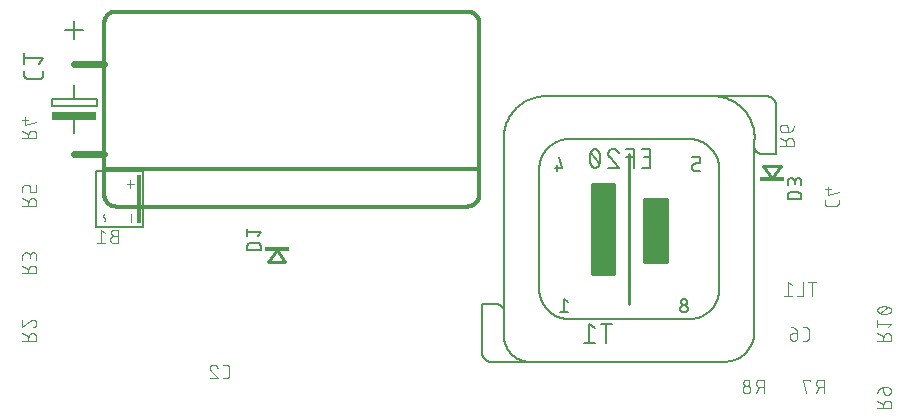
<source format=gbr>
G04 EAGLE Gerber X2 export*
%TF.Part,Single*%
%TF.FileFunction,Legend,Bot,1*%
%TF.FilePolarity,Positive*%
%TF.GenerationSoftware,Autodesk,EAGLE,8.6.0*%
%TF.CreationDate,2018-01-30T03:25:42Z*%
G75*
%MOMM*%
%FSLAX34Y34*%
%LPD*%
%AMOC8*
5,1,8,0,0,1.08239X$1,22.5*%
G01*
%ADD10C,0.203200*%
%ADD11C,0.101600*%
%ADD12R,0.300000X4.100000*%
%ADD13C,0.152400*%
%ADD14C,0.177800*%
%ADD15R,3.810000X0.635000*%
%ADD16C,0.304800*%
%ADD17C,0.609600*%
%ADD18C,0.254000*%
%ADD19C,0.127000*%
%ADD20R,2.100000X0.300000*%
%ADD21R,1.905000X7.620000*%
%ADD22R,1.905000X5.334000*%


D10*
X134300Y179700D02*
X134300Y226700D01*
X94300Y226700D01*
X94300Y179700D01*
X134300Y179700D01*
D11*
X124000Y184150D02*
X124000Y190500D01*
X127000Y215900D02*
X120650Y215900D01*
X123750Y212750D02*
X123750Y219100D01*
X101550Y187200D02*
X101616Y187142D01*
X101679Y187081D01*
X101739Y187018D01*
X101797Y186952D01*
X101851Y186883D01*
X101903Y186812D01*
X101951Y186739D01*
X101996Y186664D01*
X102037Y186587D01*
X102075Y186508D01*
X102109Y186427D01*
X102140Y186345D01*
X102167Y186262D01*
X102190Y186177D01*
X102209Y186092D01*
X102225Y186005D01*
X102237Y185919D01*
X102245Y185831D01*
X102249Y185744D01*
X102249Y185656D01*
X102245Y185569D01*
X102237Y185481D01*
X102225Y185395D01*
X102209Y185308D01*
X102190Y185223D01*
X102167Y185138D01*
X102140Y185055D01*
X102109Y184973D01*
X102075Y184892D01*
X102037Y184813D01*
X101996Y184736D01*
X101951Y184661D01*
X101903Y184588D01*
X101851Y184517D01*
X101797Y184448D01*
X101739Y184382D01*
X101679Y184319D01*
X101616Y184258D01*
X101550Y184200D01*
X101550Y187200D02*
X101484Y187258D01*
X101421Y187319D01*
X101361Y187382D01*
X101303Y187448D01*
X101249Y187517D01*
X101197Y187588D01*
X101149Y187661D01*
X101104Y187736D01*
X101063Y187813D01*
X101025Y187892D01*
X100991Y187973D01*
X100960Y188055D01*
X100933Y188138D01*
X100910Y188223D01*
X100891Y188308D01*
X100875Y188395D01*
X100863Y188481D01*
X100855Y188569D01*
X100851Y188656D01*
X100851Y188744D01*
X100855Y188831D01*
X100863Y188919D01*
X100875Y189005D01*
X100891Y189092D01*
X100910Y189177D01*
X100933Y189262D01*
X100960Y189345D01*
X100991Y189427D01*
X101025Y189508D01*
X101063Y189587D01*
X101104Y189664D01*
X101149Y189739D01*
X101197Y189812D01*
X101249Y189883D01*
X101303Y189952D01*
X101361Y190018D01*
X101421Y190081D01*
X101484Y190142D01*
X101550Y190200D01*
X101550Y215950D02*
X101616Y216008D01*
X101679Y216069D01*
X101739Y216132D01*
X101797Y216198D01*
X101851Y216267D01*
X101903Y216338D01*
X101951Y216411D01*
X101996Y216486D01*
X102037Y216563D01*
X102075Y216642D01*
X102109Y216723D01*
X102140Y216805D01*
X102167Y216888D01*
X102190Y216973D01*
X102209Y217058D01*
X102225Y217145D01*
X102237Y217231D01*
X102245Y217319D01*
X102249Y217406D01*
X102249Y217494D01*
X102245Y217581D01*
X102237Y217669D01*
X102225Y217755D01*
X102209Y217842D01*
X102190Y217927D01*
X102167Y218012D01*
X102140Y218095D01*
X102109Y218177D01*
X102075Y218258D01*
X102037Y218337D01*
X101996Y218414D01*
X101951Y218489D01*
X101903Y218562D01*
X101851Y218633D01*
X101797Y218702D01*
X101739Y218768D01*
X101679Y218831D01*
X101616Y218892D01*
X101550Y218950D01*
X101484Y219008D01*
X101421Y219069D01*
X101361Y219132D01*
X101303Y219198D01*
X101249Y219267D01*
X101197Y219338D01*
X101149Y219411D01*
X101104Y219486D01*
X101063Y219563D01*
X101025Y219642D01*
X100991Y219723D01*
X100960Y219805D01*
X100933Y219888D01*
X100910Y219973D01*
X100891Y220058D01*
X100875Y220145D01*
X100863Y220231D01*
X100855Y220319D01*
X100851Y220406D01*
X100851Y220494D01*
X100855Y220581D01*
X100863Y220669D01*
X100875Y220755D01*
X100891Y220842D01*
X100910Y220927D01*
X100933Y221012D01*
X100960Y221095D01*
X100991Y221177D01*
X101025Y221258D01*
X101063Y221337D01*
X101104Y221414D01*
X101149Y221489D01*
X101197Y221562D01*
X101249Y221633D01*
X101303Y221702D01*
X101361Y221768D01*
X101421Y221831D01*
X101484Y221892D01*
X101550Y221950D01*
X109883Y172099D02*
X113129Y172099D01*
X109883Y172100D02*
X109770Y172098D01*
X109657Y172092D01*
X109544Y172082D01*
X109431Y172068D01*
X109319Y172051D01*
X109208Y172029D01*
X109098Y172004D01*
X108988Y171974D01*
X108880Y171941D01*
X108773Y171904D01*
X108667Y171864D01*
X108563Y171819D01*
X108460Y171771D01*
X108359Y171720D01*
X108260Y171665D01*
X108163Y171607D01*
X108068Y171545D01*
X107975Y171480D01*
X107885Y171412D01*
X107797Y171341D01*
X107711Y171266D01*
X107628Y171189D01*
X107548Y171109D01*
X107471Y171026D01*
X107396Y170940D01*
X107325Y170852D01*
X107257Y170762D01*
X107192Y170669D01*
X107130Y170574D01*
X107072Y170477D01*
X107017Y170378D01*
X106966Y170277D01*
X106918Y170174D01*
X106873Y170070D01*
X106833Y169964D01*
X106796Y169857D01*
X106763Y169749D01*
X106733Y169639D01*
X106708Y169529D01*
X106686Y169418D01*
X106669Y169306D01*
X106655Y169193D01*
X106645Y169080D01*
X106639Y168967D01*
X106637Y168854D01*
X106639Y168741D01*
X106645Y168628D01*
X106655Y168515D01*
X106669Y168402D01*
X106686Y168290D01*
X106708Y168179D01*
X106733Y168069D01*
X106763Y167959D01*
X106796Y167851D01*
X106833Y167744D01*
X106873Y167638D01*
X106918Y167534D01*
X106966Y167431D01*
X107017Y167330D01*
X107072Y167231D01*
X107130Y167134D01*
X107192Y167039D01*
X107257Y166946D01*
X107325Y166856D01*
X107396Y166768D01*
X107471Y166682D01*
X107548Y166599D01*
X107628Y166519D01*
X107711Y166442D01*
X107797Y166367D01*
X107885Y166296D01*
X107975Y166228D01*
X108068Y166163D01*
X108163Y166101D01*
X108260Y166043D01*
X108359Y165988D01*
X108460Y165937D01*
X108563Y165889D01*
X108667Y165844D01*
X108773Y165804D01*
X108880Y165767D01*
X108988Y165734D01*
X109098Y165704D01*
X109208Y165679D01*
X109319Y165657D01*
X109431Y165640D01*
X109544Y165626D01*
X109657Y165616D01*
X109770Y165610D01*
X109883Y165608D01*
X113129Y165608D01*
X113129Y177292D01*
X109883Y177292D01*
X109782Y177290D01*
X109682Y177284D01*
X109582Y177274D01*
X109482Y177261D01*
X109383Y177243D01*
X109284Y177222D01*
X109187Y177197D01*
X109090Y177168D01*
X108995Y177135D01*
X108901Y177099D01*
X108809Y177059D01*
X108718Y177016D01*
X108629Y176969D01*
X108542Y176919D01*
X108456Y176865D01*
X108373Y176808D01*
X108293Y176748D01*
X108214Y176685D01*
X108138Y176618D01*
X108065Y176549D01*
X107995Y176477D01*
X107927Y176403D01*
X107862Y176326D01*
X107801Y176246D01*
X107742Y176164D01*
X107687Y176080D01*
X107635Y175994D01*
X107586Y175906D01*
X107541Y175816D01*
X107499Y175724D01*
X107461Y175631D01*
X107427Y175536D01*
X107396Y175441D01*
X107369Y175344D01*
X107346Y175246D01*
X107326Y175147D01*
X107311Y175047D01*
X107299Y174947D01*
X107291Y174847D01*
X107287Y174746D01*
X107287Y174646D01*
X107291Y174545D01*
X107299Y174445D01*
X107311Y174345D01*
X107326Y174245D01*
X107346Y174146D01*
X107369Y174048D01*
X107396Y173951D01*
X107427Y173856D01*
X107461Y173761D01*
X107499Y173668D01*
X107541Y173576D01*
X107586Y173486D01*
X107635Y173398D01*
X107687Y173312D01*
X107742Y173228D01*
X107801Y173146D01*
X107862Y173066D01*
X107927Y172989D01*
X107995Y172915D01*
X108065Y172843D01*
X108138Y172774D01*
X108214Y172707D01*
X108293Y172644D01*
X108373Y172584D01*
X108456Y172527D01*
X108542Y172473D01*
X108629Y172423D01*
X108718Y172376D01*
X108809Y172333D01*
X108901Y172293D01*
X108995Y172257D01*
X109090Y172224D01*
X109187Y172195D01*
X109284Y172170D01*
X109383Y172149D01*
X109482Y172131D01*
X109582Y172118D01*
X109682Y172108D01*
X109782Y172102D01*
X109883Y172100D01*
X102249Y174696D02*
X99004Y177292D01*
X99004Y165608D01*
X102249Y165608D02*
X95758Y165608D01*
D12*
X130800Y203200D03*
D13*
X76200Y259080D02*
X76200Y273050D01*
X76200Y288290D02*
X76200Y299720D01*
X76200Y288290D02*
X57150Y288290D01*
X95250Y288290D02*
X95250Y281940D01*
X57150Y281940D01*
X57150Y288290D01*
X76200Y288290D02*
X95250Y288290D01*
X76200Y339090D02*
X76200Y354330D01*
X83820Y346710D02*
X68580Y346710D01*
D14*
X33909Y311923D02*
X33909Y308367D01*
X33911Y308251D01*
X33917Y308134D01*
X33926Y308018D01*
X33939Y307903D01*
X33956Y307788D01*
X33977Y307673D01*
X34002Y307560D01*
X34030Y307447D01*
X34062Y307335D01*
X34098Y307224D01*
X34137Y307114D01*
X34180Y307006D01*
X34226Y306899D01*
X34276Y306794D01*
X34329Y306691D01*
X34385Y306589D01*
X34445Y306489D01*
X34508Y306391D01*
X34575Y306296D01*
X34644Y306202D01*
X34716Y306111D01*
X34791Y306022D01*
X34870Y305936D01*
X34951Y305853D01*
X35034Y305772D01*
X35120Y305693D01*
X35209Y305618D01*
X35300Y305546D01*
X35394Y305477D01*
X35489Y305410D01*
X35587Y305347D01*
X35687Y305287D01*
X35789Y305231D01*
X35892Y305178D01*
X35997Y305128D01*
X36104Y305082D01*
X36212Y305039D01*
X36322Y305000D01*
X36433Y304964D01*
X36545Y304932D01*
X36658Y304904D01*
X36771Y304879D01*
X36886Y304858D01*
X37001Y304841D01*
X37116Y304828D01*
X37232Y304819D01*
X37349Y304813D01*
X37465Y304811D01*
X46355Y304811D01*
X46471Y304813D01*
X46588Y304819D01*
X46704Y304828D01*
X46819Y304841D01*
X46934Y304858D01*
X47049Y304879D01*
X47162Y304904D01*
X47275Y304932D01*
X47387Y304964D01*
X47498Y305000D01*
X47608Y305039D01*
X47716Y305082D01*
X47823Y305128D01*
X47928Y305178D01*
X48031Y305231D01*
X48133Y305287D01*
X48233Y305347D01*
X48331Y305410D01*
X48426Y305477D01*
X48520Y305546D01*
X48611Y305618D01*
X48700Y305693D01*
X48786Y305772D01*
X48869Y305853D01*
X48950Y305936D01*
X49029Y306022D01*
X49104Y306111D01*
X49176Y306202D01*
X49245Y306296D01*
X49312Y306391D01*
X49375Y306489D01*
X49435Y306589D01*
X49491Y306691D01*
X49544Y306794D01*
X49594Y306899D01*
X49640Y307006D01*
X49683Y307114D01*
X49722Y307224D01*
X49758Y307335D01*
X49790Y307447D01*
X49818Y307560D01*
X49843Y307673D01*
X49864Y307788D01*
X49881Y307903D01*
X49894Y308018D01*
X49903Y308134D01*
X49909Y308251D01*
X49911Y308367D01*
X49911Y311923D01*
X46355Y317881D02*
X49911Y322326D01*
X33909Y322326D01*
X33909Y317881D02*
X33909Y326771D01*
D15*
X76200Y273685D03*
D16*
X101600Y317500D02*
X101600Y351950D01*
X101603Y352192D01*
X101612Y352433D01*
X101626Y352674D01*
X101647Y352915D01*
X101673Y353155D01*
X101705Y353395D01*
X101743Y353634D01*
X101786Y353871D01*
X101836Y354108D01*
X101891Y354343D01*
X101951Y354577D01*
X102018Y354809D01*
X102089Y355040D01*
X102167Y355269D01*
X102250Y355496D01*
X102338Y355721D01*
X102432Y355944D01*
X102531Y356164D01*
X102636Y356382D01*
X102745Y356597D01*
X102860Y356810D01*
X102980Y357020D01*
X103105Y357226D01*
X103235Y357430D01*
X103370Y357631D01*
X103510Y357828D01*
X103654Y358022D01*
X103803Y358212D01*
X103957Y358398D01*
X104115Y358581D01*
X104277Y358760D01*
X104444Y358935D01*
X104615Y359106D01*
X104790Y359273D01*
X104969Y359435D01*
X105152Y359593D01*
X105338Y359747D01*
X105528Y359896D01*
X105722Y360040D01*
X105919Y360180D01*
X106120Y360315D01*
X106324Y360445D01*
X106530Y360570D01*
X106740Y360690D01*
X106953Y360805D01*
X107168Y360914D01*
X107386Y361019D01*
X107606Y361118D01*
X107829Y361212D01*
X108054Y361300D01*
X108281Y361383D01*
X108510Y361461D01*
X108741Y361532D01*
X108973Y361599D01*
X109207Y361659D01*
X109442Y361714D01*
X109679Y361764D01*
X109916Y361807D01*
X110155Y361845D01*
X110395Y361877D01*
X110635Y361903D01*
X110876Y361924D01*
X111117Y361938D01*
X111358Y361947D01*
X111600Y361950D01*
X409100Y361950D01*
X409342Y361947D01*
X409583Y361938D01*
X409824Y361924D01*
X410065Y361903D01*
X410305Y361877D01*
X410545Y361845D01*
X410784Y361807D01*
X411021Y361764D01*
X411258Y361714D01*
X411493Y361659D01*
X411727Y361599D01*
X411959Y361532D01*
X412190Y361461D01*
X412419Y361383D01*
X412646Y361300D01*
X412871Y361212D01*
X413094Y361118D01*
X413314Y361019D01*
X413532Y360914D01*
X413747Y360805D01*
X413960Y360690D01*
X414170Y360570D01*
X414376Y360445D01*
X414580Y360315D01*
X414781Y360180D01*
X414978Y360040D01*
X415172Y359896D01*
X415362Y359747D01*
X415548Y359593D01*
X415731Y359435D01*
X415910Y359273D01*
X416085Y359106D01*
X416256Y358935D01*
X416423Y358760D01*
X416585Y358581D01*
X416743Y358398D01*
X416897Y358212D01*
X417046Y358022D01*
X417190Y357828D01*
X417330Y357631D01*
X417465Y357430D01*
X417595Y357226D01*
X417720Y357020D01*
X417840Y356810D01*
X417955Y356597D01*
X418064Y356382D01*
X418169Y356164D01*
X418268Y355944D01*
X418362Y355721D01*
X418450Y355496D01*
X418533Y355269D01*
X418611Y355040D01*
X418682Y354809D01*
X418749Y354577D01*
X418809Y354343D01*
X418864Y354108D01*
X418914Y353871D01*
X418957Y353634D01*
X418995Y353395D01*
X419027Y353155D01*
X419053Y352915D01*
X419074Y352674D01*
X419088Y352433D01*
X419097Y352192D01*
X419100Y351950D01*
X419100Y228600D01*
X419100Y206850D01*
X419097Y206608D01*
X419088Y206367D01*
X419074Y206126D01*
X419053Y205885D01*
X419027Y205645D01*
X418995Y205405D01*
X418957Y205166D01*
X418914Y204929D01*
X418864Y204692D01*
X418809Y204457D01*
X418749Y204223D01*
X418682Y203991D01*
X418611Y203760D01*
X418533Y203531D01*
X418450Y203304D01*
X418362Y203079D01*
X418268Y202856D01*
X418169Y202636D01*
X418064Y202418D01*
X417955Y202203D01*
X417840Y201990D01*
X417720Y201780D01*
X417595Y201574D01*
X417465Y201370D01*
X417330Y201169D01*
X417190Y200972D01*
X417046Y200778D01*
X416897Y200588D01*
X416743Y200402D01*
X416585Y200219D01*
X416423Y200040D01*
X416256Y199865D01*
X416085Y199694D01*
X415910Y199527D01*
X415731Y199365D01*
X415548Y199207D01*
X415362Y199053D01*
X415172Y198904D01*
X414978Y198760D01*
X414781Y198620D01*
X414580Y198485D01*
X414376Y198355D01*
X414170Y198230D01*
X413960Y198110D01*
X413747Y197995D01*
X413532Y197886D01*
X413314Y197781D01*
X413094Y197682D01*
X412871Y197588D01*
X412646Y197500D01*
X412419Y197417D01*
X412190Y197339D01*
X411959Y197268D01*
X411727Y197201D01*
X411493Y197141D01*
X411258Y197086D01*
X411021Y197036D01*
X410784Y196993D01*
X410545Y196955D01*
X410305Y196923D01*
X410065Y196897D01*
X409824Y196876D01*
X409583Y196862D01*
X409342Y196853D01*
X409100Y196850D01*
X111600Y196850D01*
X111358Y196853D01*
X111117Y196862D01*
X110876Y196876D01*
X110635Y196897D01*
X110395Y196923D01*
X110155Y196955D01*
X109916Y196993D01*
X109679Y197036D01*
X109442Y197086D01*
X109207Y197141D01*
X108973Y197201D01*
X108741Y197268D01*
X108510Y197339D01*
X108281Y197417D01*
X108054Y197500D01*
X107829Y197588D01*
X107606Y197682D01*
X107386Y197781D01*
X107168Y197886D01*
X106953Y197995D01*
X106740Y198110D01*
X106530Y198230D01*
X106324Y198355D01*
X106120Y198485D01*
X105919Y198620D01*
X105722Y198760D01*
X105528Y198904D01*
X105338Y199053D01*
X105152Y199207D01*
X104969Y199365D01*
X104790Y199527D01*
X104615Y199694D01*
X104444Y199865D01*
X104277Y200040D01*
X104115Y200219D01*
X103957Y200402D01*
X103803Y200588D01*
X103654Y200778D01*
X103510Y200972D01*
X103370Y201169D01*
X103235Y201370D01*
X103105Y201574D01*
X102980Y201780D01*
X102860Y201990D01*
X102745Y202203D01*
X102636Y202418D01*
X102531Y202636D01*
X102432Y202856D01*
X102338Y203079D01*
X102250Y203304D01*
X102167Y203531D01*
X102089Y203760D01*
X102018Y203991D01*
X101951Y204223D01*
X101891Y204457D01*
X101836Y204692D01*
X101786Y204929D01*
X101743Y205166D01*
X101705Y205405D01*
X101673Y205645D01*
X101647Y205885D01*
X101626Y206126D01*
X101612Y206367D01*
X101603Y206608D01*
X101600Y206850D01*
X101600Y228600D01*
X101600Y241300D01*
X101600Y317500D01*
D17*
X76200Y317500D01*
X76200Y241300D02*
X101600Y241300D01*
D16*
X101600Y228600D02*
X419100Y228600D01*
D11*
X204461Y51308D02*
X201864Y51308D01*
X204461Y51308D02*
X204560Y51310D01*
X204660Y51316D01*
X204759Y51325D01*
X204857Y51338D01*
X204955Y51355D01*
X205053Y51376D01*
X205149Y51401D01*
X205244Y51429D01*
X205338Y51461D01*
X205431Y51496D01*
X205523Y51535D01*
X205613Y51578D01*
X205701Y51623D01*
X205788Y51673D01*
X205872Y51725D01*
X205955Y51781D01*
X206035Y51839D01*
X206113Y51901D01*
X206188Y51966D01*
X206261Y52034D01*
X206331Y52104D01*
X206399Y52177D01*
X206464Y52252D01*
X206526Y52330D01*
X206584Y52410D01*
X206640Y52493D01*
X206692Y52577D01*
X206742Y52664D01*
X206787Y52752D01*
X206830Y52842D01*
X206869Y52934D01*
X206904Y53027D01*
X206936Y53121D01*
X206964Y53216D01*
X206989Y53312D01*
X207010Y53410D01*
X207027Y53508D01*
X207040Y53606D01*
X207049Y53705D01*
X207055Y53805D01*
X207057Y53904D01*
X207057Y60396D01*
X207055Y60495D01*
X207049Y60595D01*
X207040Y60694D01*
X207027Y60792D01*
X207010Y60890D01*
X206989Y60988D01*
X206964Y61084D01*
X206936Y61179D01*
X206904Y61273D01*
X206869Y61366D01*
X206830Y61458D01*
X206787Y61548D01*
X206742Y61636D01*
X206692Y61723D01*
X206640Y61807D01*
X206584Y61890D01*
X206526Y61970D01*
X206464Y62048D01*
X206399Y62123D01*
X206331Y62196D01*
X206261Y62266D01*
X206188Y62334D01*
X206113Y62399D01*
X206035Y62461D01*
X205955Y62519D01*
X205872Y62575D01*
X205788Y62627D01*
X205701Y62677D01*
X205613Y62722D01*
X205523Y62765D01*
X205431Y62804D01*
X205338Y62839D01*
X205244Y62871D01*
X205149Y62899D01*
X205053Y62924D01*
X204955Y62945D01*
X204857Y62962D01*
X204759Y62975D01*
X204660Y62984D01*
X204560Y62990D01*
X204461Y62992D01*
X201864Y62992D01*
X193929Y62992D02*
X193822Y62990D01*
X193716Y62984D01*
X193610Y62974D01*
X193504Y62961D01*
X193398Y62943D01*
X193294Y62922D01*
X193190Y62897D01*
X193087Y62868D01*
X192986Y62836D01*
X192886Y62799D01*
X192787Y62759D01*
X192689Y62716D01*
X192593Y62669D01*
X192499Y62618D01*
X192407Y62564D01*
X192317Y62507D01*
X192229Y62447D01*
X192144Y62383D01*
X192061Y62316D01*
X191980Y62246D01*
X191902Y62174D01*
X191826Y62098D01*
X191754Y62020D01*
X191684Y61939D01*
X191617Y61856D01*
X191553Y61771D01*
X191493Y61683D01*
X191436Y61593D01*
X191382Y61501D01*
X191331Y61407D01*
X191284Y61311D01*
X191241Y61213D01*
X191201Y61114D01*
X191164Y61014D01*
X191132Y60913D01*
X191103Y60810D01*
X191078Y60706D01*
X191057Y60602D01*
X191039Y60496D01*
X191026Y60390D01*
X191016Y60284D01*
X191010Y60178D01*
X191008Y60071D01*
X193929Y62992D02*
X194050Y62990D01*
X194171Y62984D01*
X194291Y62974D01*
X194412Y62961D01*
X194531Y62943D01*
X194651Y62922D01*
X194769Y62897D01*
X194886Y62868D01*
X195003Y62835D01*
X195118Y62799D01*
X195232Y62758D01*
X195345Y62715D01*
X195457Y62667D01*
X195566Y62616D01*
X195674Y62561D01*
X195781Y62503D01*
X195885Y62442D01*
X195987Y62377D01*
X196087Y62309D01*
X196185Y62238D01*
X196281Y62164D01*
X196374Y62087D01*
X196464Y62006D01*
X196552Y61923D01*
X196637Y61837D01*
X196720Y61748D01*
X196799Y61657D01*
X196876Y61563D01*
X196949Y61467D01*
X197019Y61369D01*
X197086Y61268D01*
X197150Y61165D01*
X197211Y61060D01*
X197268Y60953D01*
X197321Y60845D01*
X197371Y60735D01*
X197417Y60623D01*
X197460Y60510D01*
X197499Y60395D01*
X191982Y57799D02*
X191903Y57877D01*
X191827Y57957D01*
X191754Y58040D01*
X191684Y58126D01*
X191617Y58213D01*
X191553Y58304D01*
X191493Y58396D01*
X191435Y58490D01*
X191381Y58587D01*
X191331Y58685D01*
X191284Y58785D01*
X191240Y58886D01*
X191200Y58989D01*
X191164Y59094D01*
X191132Y59199D01*
X191103Y59306D01*
X191078Y59413D01*
X191056Y59522D01*
X191039Y59631D01*
X191025Y59740D01*
X191016Y59850D01*
X191010Y59961D01*
X191008Y60071D01*
X191982Y57799D02*
X197499Y51308D01*
X191008Y51308D01*
X711708Y199954D02*
X711708Y202551D01*
X711708Y199954D02*
X711710Y199855D01*
X711716Y199755D01*
X711725Y199656D01*
X711738Y199558D01*
X711755Y199460D01*
X711776Y199362D01*
X711801Y199266D01*
X711829Y199171D01*
X711861Y199077D01*
X711896Y198984D01*
X711935Y198892D01*
X711978Y198802D01*
X712023Y198714D01*
X712073Y198627D01*
X712125Y198543D01*
X712181Y198460D01*
X712239Y198380D01*
X712301Y198302D01*
X712366Y198227D01*
X712434Y198154D01*
X712504Y198084D01*
X712577Y198016D01*
X712652Y197951D01*
X712730Y197889D01*
X712810Y197831D01*
X712893Y197775D01*
X712977Y197723D01*
X713064Y197673D01*
X713152Y197628D01*
X713242Y197585D01*
X713334Y197546D01*
X713427Y197511D01*
X713521Y197479D01*
X713616Y197451D01*
X713712Y197426D01*
X713810Y197405D01*
X713908Y197388D01*
X714006Y197375D01*
X714105Y197366D01*
X714205Y197360D01*
X714304Y197358D01*
X720796Y197358D01*
X720895Y197360D01*
X720995Y197366D01*
X721094Y197375D01*
X721192Y197388D01*
X721290Y197405D01*
X721388Y197426D01*
X721484Y197451D01*
X721579Y197479D01*
X721673Y197511D01*
X721766Y197546D01*
X721858Y197585D01*
X721948Y197628D01*
X722036Y197673D01*
X722123Y197723D01*
X722207Y197775D01*
X722290Y197831D01*
X722370Y197889D01*
X722448Y197951D01*
X722523Y198016D01*
X722596Y198084D01*
X722666Y198154D01*
X722734Y198227D01*
X722799Y198302D01*
X722861Y198380D01*
X722919Y198460D01*
X722975Y198543D01*
X723027Y198627D01*
X723077Y198714D01*
X723122Y198802D01*
X723165Y198892D01*
X723204Y198984D01*
X723239Y199076D01*
X723271Y199171D01*
X723299Y199266D01*
X723324Y199362D01*
X723345Y199460D01*
X723362Y199558D01*
X723375Y199656D01*
X723384Y199755D01*
X723390Y199855D01*
X723392Y199954D01*
X723392Y202551D01*
X723392Y209513D02*
X714304Y206916D01*
X714304Y213407D01*
X716901Y211460D02*
X711708Y211460D01*
X695396Y83058D02*
X692799Y83058D01*
X695396Y83058D02*
X695495Y83060D01*
X695595Y83066D01*
X695694Y83075D01*
X695792Y83088D01*
X695890Y83105D01*
X695988Y83126D01*
X696084Y83151D01*
X696179Y83179D01*
X696273Y83211D01*
X696366Y83246D01*
X696458Y83285D01*
X696548Y83328D01*
X696636Y83373D01*
X696723Y83423D01*
X696807Y83475D01*
X696890Y83531D01*
X696970Y83589D01*
X697048Y83651D01*
X697123Y83716D01*
X697196Y83784D01*
X697266Y83854D01*
X697334Y83927D01*
X697399Y84002D01*
X697461Y84080D01*
X697519Y84160D01*
X697575Y84243D01*
X697627Y84327D01*
X697677Y84414D01*
X697722Y84502D01*
X697765Y84592D01*
X697804Y84684D01*
X697839Y84777D01*
X697871Y84871D01*
X697899Y84966D01*
X697924Y85062D01*
X697945Y85160D01*
X697962Y85258D01*
X697975Y85356D01*
X697984Y85455D01*
X697990Y85555D01*
X697992Y85654D01*
X697992Y92146D01*
X697990Y92245D01*
X697984Y92345D01*
X697975Y92444D01*
X697962Y92542D01*
X697945Y92640D01*
X697924Y92738D01*
X697899Y92834D01*
X697871Y92929D01*
X697839Y93023D01*
X697804Y93116D01*
X697765Y93208D01*
X697722Y93298D01*
X697677Y93386D01*
X697627Y93473D01*
X697575Y93557D01*
X697519Y93640D01*
X697461Y93720D01*
X697399Y93798D01*
X697334Y93873D01*
X697266Y93946D01*
X697196Y94016D01*
X697123Y94084D01*
X697048Y94149D01*
X696970Y94211D01*
X696890Y94269D01*
X696807Y94325D01*
X696723Y94377D01*
X696636Y94427D01*
X696548Y94472D01*
X696458Y94515D01*
X696366Y94554D01*
X696273Y94589D01*
X696179Y94621D01*
X696084Y94649D01*
X695988Y94674D01*
X695890Y94695D01*
X695792Y94712D01*
X695694Y94725D01*
X695595Y94734D01*
X695495Y94740D01*
X695396Y94742D01*
X692799Y94742D01*
X688434Y89549D02*
X684539Y89549D01*
X684440Y89547D01*
X684340Y89541D01*
X684241Y89532D01*
X684143Y89519D01*
X684045Y89502D01*
X683947Y89481D01*
X683851Y89456D01*
X683756Y89428D01*
X683662Y89396D01*
X683569Y89361D01*
X683477Y89322D01*
X683387Y89279D01*
X683299Y89234D01*
X683212Y89184D01*
X683128Y89132D01*
X683045Y89076D01*
X682965Y89018D01*
X682887Y88956D01*
X682812Y88891D01*
X682739Y88823D01*
X682669Y88753D01*
X682601Y88680D01*
X682536Y88605D01*
X682474Y88527D01*
X682416Y88447D01*
X682360Y88364D01*
X682308Y88280D01*
X682258Y88193D01*
X682213Y88105D01*
X682170Y88015D01*
X682131Y87923D01*
X682096Y87830D01*
X682064Y87736D01*
X682036Y87641D01*
X682011Y87545D01*
X681990Y87447D01*
X681973Y87349D01*
X681960Y87251D01*
X681951Y87152D01*
X681945Y87052D01*
X681943Y86953D01*
X681943Y86304D01*
X681942Y86304D02*
X681944Y86191D01*
X681950Y86078D01*
X681960Y85965D01*
X681974Y85852D01*
X681991Y85740D01*
X682013Y85629D01*
X682038Y85519D01*
X682068Y85409D01*
X682101Y85301D01*
X682138Y85194D01*
X682178Y85088D01*
X682223Y84984D01*
X682271Y84881D01*
X682322Y84780D01*
X682377Y84681D01*
X682435Y84584D01*
X682497Y84489D01*
X682562Y84396D01*
X682630Y84306D01*
X682701Y84218D01*
X682776Y84132D01*
X682853Y84049D01*
X682933Y83969D01*
X683016Y83892D01*
X683102Y83817D01*
X683190Y83746D01*
X683280Y83678D01*
X683373Y83613D01*
X683468Y83551D01*
X683565Y83493D01*
X683664Y83438D01*
X683765Y83387D01*
X683868Y83339D01*
X683972Y83294D01*
X684078Y83254D01*
X684185Y83217D01*
X684293Y83184D01*
X684403Y83154D01*
X684513Y83129D01*
X684624Y83107D01*
X684736Y83090D01*
X684849Y83076D01*
X684962Y83066D01*
X685075Y83060D01*
X685188Y83058D01*
X685301Y83060D01*
X685414Y83066D01*
X685527Y83076D01*
X685640Y83090D01*
X685752Y83107D01*
X685863Y83129D01*
X685973Y83154D01*
X686083Y83184D01*
X686191Y83217D01*
X686298Y83254D01*
X686404Y83294D01*
X686508Y83339D01*
X686611Y83387D01*
X686712Y83438D01*
X686811Y83493D01*
X686908Y83551D01*
X687003Y83613D01*
X687096Y83678D01*
X687186Y83746D01*
X687274Y83817D01*
X687360Y83892D01*
X687443Y83969D01*
X687523Y84049D01*
X687600Y84132D01*
X687675Y84218D01*
X687746Y84306D01*
X687814Y84396D01*
X687879Y84489D01*
X687941Y84584D01*
X687999Y84681D01*
X688054Y84780D01*
X688105Y84881D01*
X688153Y84984D01*
X688198Y85088D01*
X688238Y85194D01*
X688275Y85301D01*
X688308Y85409D01*
X688338Y85519D01*
X688363Y85629D01*
X688385Y85740D01*
X688402Y85852D01*
X688416Y85965D01*
X688426Y86078D01*
X688432Y86191D01*
X688434Y86304D01*
X688434Y89549D01*
X688432Y89692D01*
X688426Y89835D01*
X688416Y89978D01*
X688402Y90120D01*
X688385Y90262D01*
X688363Y90404D01*
X688338Y90545D01*
X688308Y90685D01*
X688275Y90824D01*
X688238Y90962D01*
X688197Y91099D01*
X688153Y91235D01*
X688104Y91370D01*
X688052Y91503D01*
X687997Y91635D01*
X687937Y91765D01*
X687874Y91894D01*
X687808Y92021D01*
X687738Y92146D01*
X687665Y92268D01*
X687588Y92389D01*
X687508Y92508D01*
X687425Y92624D01*
X687339Y92739D01*
X687250Y92850D01*
X687157Y92960D01*
X687062Y93066D01*
X686963Y93170D01*
X686862Y93271D01*
X686758Y93370D01*
X686652Y93465D01*
X686542Y93558D01*
X686431Y93647D01*
X686316Y93733D01*
X686200Y93816D01*
X686081Y93896D01*
X685960Y93973D01*
X685838Y94046D01*
X685713Y94116D01*
X685586Y94182D01*
X685457Y94245D01*
X685327Y94305D01*
X685195Y94360D01*
X685062Y94412D01*
X684927Y94461D01*
X684791Y94505D01*
X684654Y94546D01*
X684516Y94583D01*
X684377Y94616D01*
X684237Y94646D01*
X684096Y94671D01*
X683954Y94693D01*
X683812Y94710D01*
X683670Y94724D01*
X683527Y94734D01*
X683384Y94740D01*
X683241Y94742D01*
D18*
X247650Y160400D02*
X240150Y149900D01*
X254650Y149900D01*
X247650Y160400D01*
D19*
X234155Y160004D02*
X222725Y160004D01*
X234155Y160004D02*
X234155Y163179D01*
X234153Y163290D01*
X234147Y163400D01*
X234138Y163511D01*
X234124Y163621D01*
X234107Y163730D01*
X234086Y163839D01*
X234061Y163947D01*
X234032Y164054D01*
X234000Y164160D01*
X233964Y164265D01*
X233924Y164368D01*
X233881Y164470D01*
X233834Y164571D01*
X233783Y164670D01*
X233730Y164767D01*
X233673Y164861D01*
X233612Y164954D01*
X233549Y165045D01*
X233482Y165134D01*
X233412Y165220D01*
X233339Y165303D01*
X233264Y165385D01*
X233186Y165463D01*
X233104Y165538D01*
X233021Y165611D01*
X232935Y165681D01*
X232846Y165748D01*
X232755Y165811D01*
X232662Y165872D01*
X232568Y165929D01*
X232471Y165982D01*
X232372Y166033D01*
X232271Y166080D01*
X232169Y166123D01*
X232066Y166163D01*
X231961Y166199D01*
X231855Y166231D01*
X231748Y166260D01*
X231640Y166285D01*
X231531Y166306D01*
X231422Y166323D01*
X231312Y166337D01*
X231201Y166346D01*
X231091Y166352D01*
X230980Y166354D01*
X225900Y166354D01*
X225789Y166352D01*
X225679Y166346D01*
X225568Y166337D01*
X225458Y166323D01*
X225349Y166306D01*
X225240Y166285D01*
X225132Y166260D01*
X225025Y166231D01*
X224919Y166199D01*
X224814Y166163D01*
X224711Y166123D01*
X224609Y166080D01*
X224508Y166033D01*
X224409Y165982D01*
X224313Y165929D01*
X224218Y165872D01*
X224125Y165811D01*
X224034Y165748D01*
X223945Y165681D01*
X223859Y165611D01*
X223776Y165538D01*
X223694Y165463D01*
X223616Y165385D01*
X223541Y165303D01*
X223468Y165220D01*
X223398Y165134D01*
X223331Y165045D01*
X223268Y164954D01*
X223207Y164861D01*
X223150Y164767D01*
X223097Y164670D01*
X223046Y164571D01*
X222999Y164470D01*
X222956Y164368D01*
X222916Y164265D01*
X222880Y164160D01*
X222848Y164054D01*
X222819Y163947D01*
X222794Y163839D01*
X222773Y163730D01*
X222756Y163621D01*
X222742Y163511D01*
X222733Y163400D01*
X222727Y163290D01*
X222725Y163179D01*
X222725Y160004D01*
X231615Y171815D02*
X234155Y174990D01*
X222725Y174990D01*
X222725Y171815D02*
X222725Y178165D01*
D20*
X247650Y160900D03*
D18*
X666750Y220600D02*
X674250Y231100D01*
X659750Y231100D01*
X666750Y220600D01*
D19*
X680245Y202835D02*
X691675Y202835D01*
X691675Y206010D01*
X691673Y206121D01*
X691667Y206231D01*
X691658Y206342D01*
X691644Y206452D01*
X691627Y206561D01*
X691606Y206670D01*
X691581Y206778D01*
X691552Y206885D01*
X691520Y206991D01*
X691484Y207096D01*
X691444Y207199D01*
X691401Y207301D01*
X691354Y207402D01*
X691303Y207501D01*
X691250Y207598D01*
X691193Y207692D01*
X691132Y207785D01*
X691069Y207876D01*
X691002Y207965D01*
X690932Y208051D01*
X690859Y208134D01*
X690784Y208216D01*
X690706Y208294D01*
X690624Y208369D01*
X690541Y208442D01*
X690455Y208512D01*
X690366Y208579D01*
X690275Y208642D01*
X690182Y208703D01*
X690088Y208760D01*
X689991Y208813D01*
X689892Y208864D01*
X689791Y208911D01*
X689689Y208954D01*
X689586Y208994D01*
X689481Y209030D01*
X689375Y209062D01*
X689268Y209091D01*
X689160Y209116D01*
X689051Y209137D01*
X688942Y209154D01*
X688832Y209168D01*
X688721Y209177D01*
X688611Y209183D01*
X688500Y209185D01*
X683420Y209185D01*
X683309Y209183D01*
X683199Y209177D01*
X683088Y209168D01*
X682978Y209154D01*
X682869Y209137D01*
X682760Y209116D01*
X682652Y209091D01*
X682545Y209062D01*
X682439Y209030D01*
X682334Y208994D01*
X682231Y208954D01*
X682129Y208911D01*
X682028Y208864D01*
X681929Y208813D01*
X681833Y208760D01*
X681738Y208703D01*
X681645Y208642D01*
X681554Y208579D01*
X681465Y208512D01*
X681379Y208442D01*
X681296Y208369D01*
X681214Y208294D01*
X681136Y208216D01*
X681061Y208134D01*
X680988Y208051D01*
X680918Y207965D01*
X680851Y207876D01*
X680788Y207785D01*
X680727Y207692D01*
X680670Y207598D01*
X680617Y207501D01*
X680566Y207402D01*
X680519Y207301D01*
X680476Y207199D01*
X680436Y207096D01*
X680400Y206991D01*
X680368Y206885D01*
X680339Y206778D01*
X680314Y206670D01*
X680293Y206561D01*
X680276Y206452D01*
X680262Y206342D01*
X680253Y206231D01*
X680247Y206121D01*
X680245Y206010D01*
X680245Y202835D01*
X680245Y214646D02*
X680245Y217821D01*
X680247Y217932D01*
X680253Y218042D01*
X680262Y218153D01*
X680276Y218263D01*
X680293Y218372D01*
X680314Y218481D01*
X680339Y218589D01*
X680368Y218696D01*
X680400Y218802D01*
X680436Y218907D01*
X680476Y219010D01*
X680519Y219112D01*
X680566Y219213D01*
X680617Y219312D01*
X680670Y219409D01*
X680727Y219503D01*
X680788Y219596D01*
X680851Y219687D01*
X680918Y219776D01*
X680988Y219862D01*
X681061Y219945D01*
X681136Y220027D01*
X681214Y220105D01*
X681296Y220180D01*
X681379Y220253D01*
X681465Y220323D01*
X681554Y220390D01*
X681645Y220453D01*
X681738Y220514D01*
X681833Y220571D01*
X681929Y220624D01*
X682028Y220675D01*
X682129Y220722D01*
X682231Y220765D01*
X682334Y220805D01*
X682439Y220841D01*
X682545Y220873D01*
X682652Y220902D01*
X682760Y220927D01*
X682869Y220948D01*
X682978Y220965D01*
X683088Y220979D01*
X683199Y220988D01*
X683309Y220994D01*
X683420Y220996D01*
X683531Y220994D01*
X683641Y220988D01*
X683752Y220979D01*
X683862Y220965D01*
X683971Y220948D01*
X684080Y220927D01*
X684188Y220902D01*
X684295Y220873D01*
X684401Y220841D01*
X684506Y220805D01*
X684609Y220765D01*
X684711Y220722D01*
X684812Y220675D01*
X684911Y220624D01*
X685008Y220571D01*
X685102Y220514D01*
X685195Y220453D01*
X685286Y220390D01*
X685375Y220323D01*
X685461Y220253D01*
X685544Y220180D01*
X685626Y220105D01*
X685704Y220027D01*
X685779Y219945D01*
X685852Y219862D01*
X685922Y219776D01*
X685989Y219687D01*
X686052Y219596D01*
X686113Y219503D01*
X686170Y219409D01*
X686223Y219312D01*
X686274Y219213D01*
X686321Y219112D01*
X686364Y219010D01*
X686404Y218907D01*
X686440Y218802D01*
X686472Y218696D01*
X686501Y218589D01*
X686526Y218481D01*
X686547Y218372D01*
X686564Y218263D01*
X686578Y218153D01*
X686587Y218042D01*
X686593Y217932D01*
X686595Y217821D01*
X691675Y218456D02*
X691675Y214646D01*
X691675Y218456D02*
X691673Y218556D01*
X691667Y218655D01*
X691657Y218755D01*
X691644Y218853D01*
X691626Y218952D01*
X691605Y219049D01*
X691580Y219145D01*
X691551Y219241D01*
X691518Y219335D01*
X691482Y219428D01*
X691442Y219519D01*
X691398Y219609D01*
X691351Y219697D01*
X691301Y219783D01*
X691247Y219867D01*
X691190Y219949D01*
X691130Y220028D01*
X691066Y220106D01*
X691000Y220180D01*
X690931Y220252D01*
X690859Y220321D01*
X690785Y220387D01*
X690707Y220451D01*
X690628Y220511D01*
X690546Y220568D01*
X690462Y220622D01*
X690376Y220672D01*
X690288Y220719D01*
X690198Y220763D01*
X690107Y220803D01*
X690014Y220839D01*
X689920Y220872D01*
X689824Y220901D01*
X689728Y220926D01*
X689631Y220947D01*
X689532Y220965D01*
X689434Y220978D01*
X689334Y220988D01*
X689235Y220994D01*
X689135Y220996D01*
X689035Y220994D01*
X688936Y220988D01*
X688836Y220978D01*
X688738Y220965D01*
X688639Y220947D01*
X688542Y220926D01*
X688446Y220901D01*
X688350Y220872D01*
X688256Y220839D01*
X688163Y220803D01*
X688072Y220763D01*
X687982Y220719D01*
X687894Y220672D01*
X687808Y220622D01*
X687724Y220568D01*
X687642Y220511D01*
X687563Y220451D01*
X687485Y220387D01*
X687411Y220321D01*
X687339Y220252D01*
X687270Y220180D01*
X687204Y220106D01*
X687140Y220028D01*
X687080Y219949D01*
X687023Y219867D01*
X686969Y219783D01*
X686919Y219697D01*
X686872Y219609D01*
X686828Y219519D01*
X686788Y219428D01*
X686752Y219335D01*
X686719Y219241D01*
X686690Y219145D01*
X686665Y219049D01*
X686644Y218952D01*
X686626Y218853D01*
X686613Y218755D01*
X686603Y218655D01*
X686597Y218556D01*
X686595Y218456D01*
X686595Y215916D01*
D20*
X666750Y220100D03*
D11*
X756158Y83058D02*
X767842Y83058D01*
X767842Y86304D01*
X767840Y86417D01*
X767834Y86530D01*
X767824Y86643D01*
X767810Y86756D01*
X767793Y86868D01*
X767771Y86979D01*
X767746Y87089D01*
X767716Y87199D01*
X767683Y87307D01*
X767646Y87414D01*
X767606Y87520D01*
X767561Y87624D01*
X767513Y87727D01*
X767462Y87828D01*
X767407Y87927D01*
X767349Y88024D01*
X767287Y88119D01*
X767222Y88212D01*
X767154Y88302D01*
X767083Y88390D01*
X767008Y88476D01*
X766931Y88559D01*
X766851Y88639D01*
X766768Y88716D01*
X766682Y88791D01*
X766594Y88862D01*
X766504Y88930D01*
X766411Y88995D01*
X766316Y89057D01*
X766219Y89115D01*
X766120Y89170D01*
X766019Y89221D01*
X765916Y89269D01*
X765812Y89314D01*
X765706Y89354D01*
X765599Y89391D01*
X765491Y89424D01*
X765381Y89454D01*
X765271Y89479D01*
X765160Y89501D01*
X765048Y89518D01*
X764935Y89532D01*
X764822Y89542D01*
X764709Y89548D01*
X764596Y89550D01*
X764483Y89548D01*
X764370Y89542D01*
X764257Y89532D01*
X764144Y89518D01*
X764032Y89501D01*
X763921Y89479D01*
X763811Y89454D01*
X763701Y89424D01*
X763593Y89391D01*
X763486Y89354D01*
X763380Y89314D01*
X763276Y89269D01*
X763173Y89221D01*
X763072Y89170D01*
X762973Y89115D01*
X762876Y89057D01*
X762781Y88995D01*
X762688Y88930D01*
X762598Y88862D01*
X762510Y88791D01*
X762424Y88716D01*
X762341Y88639D01*
X762261Y88559D01*
X762184Y88476D01*
X762109Y88390D01*
X762038Y88302D01*
X761970Y88212D01*
X761905Y88119D01*
X761843Y88024D01*
X761785Y87927D01*
X761730Y87828D01*
X761679Y87727D01*
X761631Y87624D01*
X761586Y87520D01*
X761546Y87414D01*
X761509Y87307D01*
X761476Y87199D01*
X761446Y87089D01*
X761421Y86979D01*
X761399Y86868D01*
X761382Y86756D01*
X761368Y86643D01*
X761358Y86530D01*
X761352Y86417D01*
X761350Y86304D01*
X761351Y86304D02*
X761351Y83058D01*
X761351Y86953D02*
X756158Y89549D01*
X765246Y94414D02*
X767842Y97660D01*
X756158Y97660D01*
X756158Y100905D02*
X756158Y94414D01*
X762000Y105845D02*
X762230Y105848D01*
X762460Y105856D01*
X762689Y105870D01*
X762918Y105889D01*
X763147Y105914D01*
X763374Y105944D01*
X763602Y105979D01*
X763828Y106020D01*
X764053Y106066D01*
X764277Y106118D01*
X764499Y106175D01*
X764721Y106237D01*
X764940Y106305D01*
X765158Y106378D01*
X765375Y106456D01*
X765589Y106539D01*
X765801Y106627D01*
X766011Y106720D01*
X766219Y106819D01*
X766219Y106818D02*
X766309Y106851D01*
X766398Y106887D01*
X766486Y106927D01*
X766571Y106971D01*
X766655Y107018D01*
X766737Y107068D01*
X766817Y107122D01*
X766894Y107178D01*
X766970Y107238D01*
X767043Y107301D01*
X767113Y107366D01*
X767181Y107435D01*
X767245Y107506D01*
X767307Y107579D01*
X767366Y107655D01*
X767422Y107733D01*
X767475Y107814D01*
X767524Y107896D01*
X767570Y107980D01*
X767613Y108067D01*
X767652Y108154D01*
X767688Y108244D01*
X767720Y108334D01*
X767748Y108426D01*
X767773Y108519D01*
X767794Y108613D01*
X767811Y108707D01*
X767825Y108802D01*
X767834Y108898D01*
X767840Y108994D01*
X767842Y109090D01*
X767840Y109186D01*
X767834Y109282D01*
X767825Y109378D01*
X767811Y109473D01*
X767794Y109567D01*
X767773Y109661D01*
X767748Y109754D01*
X767720Y109846D01*
X767688Y109936D01*
X767652Y110026D01*
X767613Y110113D01*
X767570Y110200D01*
X767524Y110284D01*
X767475Y110366D01*
X767422Y110447D01*
X767366Y110525D01*
X767307Y110601D01*
X767245Y110674D01*
X767181Y110745D01*
X767113Y110814D01*
X767043Y110879D01*
X766970Y110942D01*
X766894Y111002D01*
X766817Y111058D01*
X766737Y111112D01*
X766655Y111162D01*
X766571Y111209D01*
X766486Y111253D01*
X766398Y111293D01*
X766309Y111329D01*
X766219Y111362D01*
X766012Y111461D01*
X765802Y111554D01*
X765589Y111642D01*
X765375Y111725D01*
X765159Y111803D01*
X764941Y111876D01*
X764721Y111944D01*
X764500Y112006D01*
X764277Y112063D01*
X764053Y112115D01*
X763828Y112161D01*
X763602Y112202D01*
X763375Y112237D01*
X763147Y112267D01*
X762918Y112292D01*
X762689Y112311D01*
X762460Y112325D01*
X762230Y112333D01*
X762000Y112336D01*
X762000Y105844D02*
X761770Y105847D01*
X761540Y105855D01*
X761311Y105869D01*
X761082Y105888D01*
X760853Y105913D01*
X760625Y105943D01*
X760398Y105978D01*
X760172Y106019D01*
X759947Y106065D01*
X759723Y106117D01*
X759500Y106174D01*
X759279Y106236D01*
X759059Y106304D01*
X758841Y106377D01*
X758625Y106455D01*
X758411Y106538D01*
X758199Y106626D01*
X757988Y106719D01*
X757781Y106818D01*
X757691Y106851D01*
X757602Y106887D01*
X757514Y106928D01*
X757429Y106971D01*
X757345Y107018D01*
X757263Y107068D01*
X757183Y107122D01*
X757106Y107178D01*
X757030Y107238D01*
X756957Y107301D01*
X756887Y107366D01*
X756819Y107435D01*
X756755Y107506D01*
X756693Y107579D01*
X756634Y107655D01*
X756578Y107733D01*
X756525Y107814D01*
X756476Y107896D01*
X756430Y107980D01*
X756387Y108067D01*
X756348Y108154D01*
X756312Y108244D01*
X756280Y108334D01*
X756252Y108426D01*
X756227Y108519D01*
X756206Y108613D01*
X756189Y108707D01*
X756175Y108802D01*
X756166Y108898D01*
X756160Y108994D01*
X756158Y109090D01*
X757781Y111362D02*
X757988Y111461D01*
X758199Y111554D01*
X758411Y111642D01*
X758625Y111725D01*
X758841Y111803D01*
X759059Y111876D01*
X759279Y111944D01*
X759500Y112006D01*
X759723Y112063D01*
X759947Y112115D01*
X760172Y112161D01*
X760398Y112202D01*
X760625Y112237D01*
X760853Y112267D01*
X761082Y112292D01*
X761311Y112311D01*
X761540Y112325D01*
X761770Y112333D01*
X762000Y112336D01*
X757781Y111362D02*
X757691Y111329D01*
X757602Y111293D01*
X757514Y111253D01*
X757429Y111209D01*
X757345Y111162D01*
X757263Y111112D01*
X757183Y111058D01*
X757106Y111002D01*
X757030Y110942D01*
X756957Y110879D01*
X756887Y110814D01*
X756819Y110745D01*
X756755Y110674D01*
X756693Y110601D01*
X756634Y110525D01*
X756578Y110447D01*
X756525Y110366D01*
X756476Y110284D01*
X756430Y110200D01*
X756387Y110113D01*
X756348Y110026D01*
X756312Y109936D01*
X756280Y109846D01*
X756252Y109754D01*
X756227Y109661D01*
X756206Y109567D01*
X756189Y109473D01*
X756175Y109378D01*
X756166Y109282D01*
X756160Y109186D01*
X756158Y109090D01*
X758754Y106493D02*
X765246Y111686D01*
X43942Y83058D02*
X32258Y83058D01*
X43942Y83058D02*
X43942Y86304D01*
X43940Y86417D01*
X43934Y86530D01*
X43924Y86643D01*
X43910Y86756D01*
X43893Y86868D01*
X43871Y86979D01*
X43846Y87089D01*
X43816Y87199D01*
X43783Y87307D01*
X43746Y87414D01*
X43706Y87520D01*
X43661Y87624D01*
X43613Y87727D01*
X43562Y87828D01*
X43507Y87927D01*
X43449Y88024D01*
X43387Y88119D01*
X43322Y88212D01*
X43254Y88302D01*
X43183Y88390D01*
X43108Y88476D01*
X43031Y88559D01*
X42951Y88639D01*
X42868Y88716D01*
X42782Y88791D01*
X42694Y88862D01*
X42604Y88930D01*
X42511Y88995D01*
X42416Y89057D01*
X42319Y89115D01*
X42220Y89170D01*
X42119Y89221D01*
X42016Y89269D01*
X41912Y89314D01*
X41806Y89354D01*
X41699Y89391D01*
X41591Y89424D01*
X41481Y89454D01*
X41371Y89479D01*
X41260Y89501D01*
X41148Y89518D01*
X41035Y89532D01*
X40922Y89542D01*
X40809Y89548D01*
X40696Y89550D01*
X40583Y89548D01*
X40470Y89542D01*
X40357Y89532D01*
X40244Y89518D01*
X40132Y89501D01*
X40021Y89479D01*
X39911Y89454D01*
X39801Y89424D01*
X39693Y89391D01*
X39586Y89354D01*
X39480Y89314D01*
X39376Y89269D01*
X39273Y89221D01*
X39172Y89170D01*
X39073Y89115D01*
X38976Y89057D01*
X38881Y88995D01*
X38788Y88930D01*
X38698Y88862D01*
X38610Y88791D01*
X38524Y88716D01*
X38441Y88639D01*
X38361Y88559D01*
X38284Y88476D01*
X38209Y88390D01*
X38138Y88302D01*
X38070Y88212D01*
X38005Y88119D01*
X37943Y88024D01*
X37885Y87927D01*
X37830Y87828D01*
X37779Y87727D01*
X37731Y87624D01*
X37686Y87520D01*
X37646Y87414D01*
X37609Y87307D01*
X37576Y87199D01*
X37546Y87089D01*
X37521Y86979D01*
X37499Y86868D01*
X37482Y86756D01*
X37468Y86643D01*
X37458Y86530D01*
X37452Y86417D01*
X37450Y86304D01*
X37451Y86304D02*
X37451Y83058D01*
X37451Y86953D02*
X32258Y89549D01*
X41021Y100905D02*
X41128Y100903D01*
X41234Y100897D01*
X41340Y100887D01*
X41446Y100874D01*
X41552Y100856D01*
X41656Y100835D01*
X41760Y100810D01*
X41863Y100781D01*
X41964Y100749D01*
X42064Y100712D01*
X42163Y100672D01*
X42261Y100629D01*
X42357Y100582D01*
X42451Y100531D01*
X42543Y100477D01*
X42633Y100420D01*
X42721Y100360D01*
X42806Y100296D01*
X42889Y100229D01*
X42970Y100159D01*
X43048Y100087D01*
X43124Y100011D01*
X43196Y99933D01*
X43266Y99852D01*
X43333Y99769D01*
X43397Y99684D01*
X43457Y99596D01*
X43514Y99506D01*
X43568Y99414D01*
X43619Y99320D01*
X43666Y99224D01*
X43709Y99126D01*
X43749Y99027D01*
X43786Y98927D01*
X43818Y98826D01*
X43847Y98723D01*
X43872Y98619D01*
X43893Y98515D01*
X43911Y98409D01*
X43924Y98303D01*
X43934Y98197D01*
X43940Y98091D01*
X43942Y97984D01*
X43940Y97863D01*
X43934Y97742D01*
X43924Y97622D01*
X43911Y97501D01*
X43893Y97382D01*
X43872Y97262D01*
X43847Y97144D01*
X43818Y97027D01*
X43785Y96910D01*
X43749Y96795D01*
X43708Y96681D01*
X43665Y96568D01*
X43617Y96456D01*
X43566Y96347D01*
X43511Y96239D01*
X43453Y96132D01*
X43392Y96028D01*
X43327Y95926D01*
X43259Y95826D01*
X43188Y95728D01*
X43114Y95632D01*
X43037Y95539D01*
X42956Y95449D01*
X42873Y95361D01*
X42787Y95276D01*
X42698Y95193D01*
X42607Y95114D01*
X42513Y95037D01*
X42417Y94964D01*
X42319Y94894D01*
X42218Y94827D01*
X42115Y94763D01*
X42010Y94703D01*
X41903Y94646D01*
X41795Y94592D01*
X41685Y94542D01*
X41573Y94496D01*
X41460Y94453D01*
X41345Y94414D01*
X38749Y99932D02*
X38826Y100011D01*
X38907Y100087D01*
X38990Y100160D01*
X39075Y100230D01*
X39163Y100297D01*
X39253Y100361D01*
X39345Y100421D01*
X39440Y100478D01*
X39536Y100532D01*
X39634Y100583D01*
X39734Y100630D01*
X39836Y100674D01*
X39939Y100714D01*
X40043Y100750D01*
X40149Y100782D01*
X40255Y100811D01*
X40363Y100836D01*
X40471Y100858D01*
X40581Y100875D01*
X40690Y100889D01*
X40800Y100898D01*
X40911Y100904D01*
X41021Y100906D01*
X38749Y99932D02*
X32258Y94414D01*
X32258Y100905D01*
X32258Y140208D02*
X43942Y140208D01*
X43942Y143454D01*
X43940Y143567D01*
X43934Y143680D01*
X43924Y143793D01*
X43910Y143906D01*
X43893Y144018D01*
X43871Y144129D01*
X43846Y144239D01*
X43816Y144349D01*
X43783Y144457D01*
X43746Y144564D01*
X43706Y144670D01*
X43661Y144774D01*
X43613Y144877D01*
X43562Y144978D01*
X43507Y145077D01*
X43449Y145174D01*
X43387Y145269D01*
X43322Y145362D01*
X43254Y145452D01*
X43183Y145540D01*
X43108Y145626D01*
X43031Y145709D01*
X42951Y145789D01*
X42868Y145866D01*
X42782Y145941D01*
X42694Y146012D01*
X42604Y146080D01*
X42511Y146145D01*
X42416Y146207D01*
X42319Y146265D01*
X42220Y146320D01*
X42119Y146371D01*
X42016Y146419D01*
X41912Y146464D01*
X41806Y146504D01*
X41699Y146541D01*
X41591Y146574D01*
X41481Y146604D01*
X41371Y146629D01*
X41260Y146651D01*
X41148Y146668D01*
X41035Y146682D01*
X40922Y146692D01*
X40809Y146698D01*
X40696Y146700D01*
X40583Y146698D01*
X40470Y146692D01*
X40357Y146682D01*
X40244Y146668D01*
X40132Y146651D01*
X40021Y146629D01*
X39911Y146604D01*
X39801Y146574D01*
X39693Y146541D01*
X39586Y146504D01*
X39480Y146464D01*
X39376Y146419D01*
X39273Y146371D01*
X39172Y146320D01*
X39073Y146265D01*
X38976Y146207D01*
X38881Y146145D01*
X38788Y146080D01*
X38698Y146012D01*
X38610Y145941D01*
X38524Y145866D01*
X38441Y145789D01*
X38361Y145709D01*
X38284Y145626D01*
X38209Y145540D01*
X38138Y145452D01*
X38070Y145362D01*
X38005Y145269D01*
X37943Y145174D01*
X37885Y145077D01*
X37830Y144978D01*
X37779Y144877D01*
X37731Y144774D01*
X37686Y144670D01*
X37646Y144564D01*
X37609Y144457D01*
X37576Y144349D01*
X37546Y144239D01*
X37521Y144129D01*
X37499Y144018D01*
X37482Y143906D01*
X37468Y143793D01*
X37458Y143680D01*
X37452Y143567D01*
X37450Y143454D01*
X37451Y143454D02*
X37451Y140208D01*
X37451Y144103D02*
X32258Y146699D01*
X32258Y151564D02*
X32258Y154810D01*
X32260Y154923D01*
X32266Y155036D01*
X32276Y155149D01*
X32290Y155262D01*
X32307Y155374D01*
X32329Y155485D01*
X32354Y155595D01*
X32384Y155705D01*
X32417Y155813D01*
X32454Y155920D01*
X32494Y156026D01*
X32539Y156130D01*
X32587Y156233D01*
X32638Y156334D01*
X32693Y156433D01*
X32751Y156530D01*
X32813Y156625D01*
X32878Y156718D01*
X32946Y156808D01*
X33017Y156896D01*
X33092Y156982D01*
X33169Y157065D01*
X33249Y157145D01*
X33332Y157222D01*
X33418Y157297D01*
X33506Y157368D01*
X33596Y157436D01*
X33689Y157501D01*
X33784Y157563D01*
X33881Y157621D01*
X33980Y157676D01*
X34081Y157727D01*
X34184Y157775D01*
X34288Y157820D01*
X34394Y157860D01*
X34501Y157897D01*
X34609Y157930D01*
X34719Y157960D01*
X34829Y157985D01*
X34940Y158007D01*
X35052Y158024D01*
X35165Y158038D01*
X35278Y158048D01*
X35391Y158054D01*
X35504Y158056D01*
X35617Y158054D01*
X35730Y158048D01*
X35843Y158038D01*
X35956Y158024D01*
X36068Y158007D01*
X36179Y157985D01*
X36289Y157960D01*
X36399Y157930D01*
X36507Y157897D01*
X36614Y157860D01*
X36720Y157820D01*
X36824Y157775D01*
X36927Y157727D01*
X37028Y157676D01*
X37127Y157621D01*
X37224Y157563D01*
X37319Y157501D01*
X37412Y157436D01*
X37502Y157368D01*
X37590Y157297D01*
X37676Y157222D01*
X37759Y157145D01*
X37839Y157065D01*
X37916Y156982D01*
X37991Y156896D01*
X38062Y156808D01*
X38130Y156718D01*
X38195Y156625D01*
X38257Y156530D01*
X38315Y156433D01*
X38370Y156334D01*
X38421Y156233D01*
X38469Y156130D01*
X38514Y156026D01*
X38554Y155920D01*
X38591Y155813D01*
X38624Y155705D01*
X38654Y155595D01*
X38679Y155485D01*
X38701Y155374D01*
X38718Y155262D01*
X38732Y155149D01*
X38742Y155036D01*
X38748Y154923D01*
X38750Y154810D01*
X43942Y155459D02*
X43942Y151564D01*
X43942Y155459D02*
X43940Y155560D01*
X43934Y155660D01*
X43924Y155760D01*
X43911Y155860D01*
X43893Y155959D01*
X43872Y156058D01*
X43847Y156155D01*
X43818Y156252D01*
X43785Y156347D01*
X43749Y156441D01*
X43709Y156533D01*
X43666Y156624D01*
X43619Y156713D01*
X43569Y156800D01*
X43515Y156886D01*
X43458Y156969D01*
X43398Y157049D01*
X43335Y157128D01*
X43268Y157204D01*
X43199Y157277D01*
X43127Y157347D01*
X43053Y157415D01*
X42976Y157480D01*
X42896Y157541D01*
X42814Y157600D01*
X42730Y157655D01*
X42644Y157707D01*
X42556Y157756D01*
X42466Y157801D01*
X42374Y157843D01*
X42281Y157881D01*
X42186Y157915D01*
X42091Y157946D01*
X41994Y157973D01*
X41896Y157996D01*
X41797Y158016D01*
X41697Y158031D01*
X41597Y158043D01*
X41497Y158051D01*
X41396Y158055D01*
X41296Y158055D01*
X41195Y158051D01*
X41095Y158043D01*
X40995Y158031D01*
X40895Y158016D01*
X40796Y157996D01*
X40698Y157973D01*
X40601Y157946D01*
X40506Y157915D01*
X40411Y157881D01*
X40318Y157843D01*
X40226Y157801D01*
X40136Y157756D01*
X40048Y157707D01*
X39962Y157655D01*
X39878Y157600D01*
X39796Y157541D01*
X39716Y157480D01*
X39639Y157415D01*
X39565Y157347D01*
X39493Y157277D01*
X39424Y157204D01*
X39357Y157128D01*
X39294Y157049D01*
X39234Y156969D01*
X39177Y156886D01*
X39123Y156800D01*
X39073Y156713D01*
X39026Y156624D01*
X38983Y156533D01*
X38943Y156441D01*
X38907Y156347D01*
X38874Y156252D01*
X38845Y156155D01*
X38820Y156058D01*
X38799Y155959D01*
X38781Y155860D01*
X38768Y155760D01*
X38758Y155660D01*
X38752Y155560D01*
X38750Y155459D01*
X38749Y155459D02*
X38749Y152863D01*
X43942Y254508D02*
X32258Y254508D01*
X43942Y254508D02*
X43942Y257754D01*
X43940Y257867D01*
X43934Y257980D01*
X43924Y258093D01*
X43910Y258206D01*
X43893Y258318D01*
X43871Y258429D01*
X43846Y258539D01*
X43816Y258649D01*
X43783Y258757D01*
X43746Y258864D01*
X43706Y258970D01*
X43661Y259074D01*
X43613Y259177D01*
X43562Y259278D01*
X43507Y259377D01*
X43449Y259474D01*
X43387Y259569D01*
X43322Y259662D01*
X43254Y259752D01*
X43183Y259840D01*
X43108Y259926D01*
X43031Y260009D01*
X42951Y260089D01*
X42868Y260166D01*
X42782Y260241D01*
X42694Y260312D01*
X42604Y260380D01*
X42511Y260445D01*
X42416Y260507D01*
X42319Y260565D01*
X42220Y260620D01*
X42119Y260671D01*
X42016Y260719D01*
X41912Y260764D01*
X41806Y260804D01*
X41699Y260841D01*
X41591Y260874D01*
X41481Y260904D01*
X41371Y260929D01*
X41260Y260951D01*
X41148Y260968D01*
X41035Y260982D01*
X40922Y260992D01*
X40809Y260998D01*
X40696Y261000D01*
X40583Y260998D01*
X40470Y260992D01*
X40357Y260982D01*
X40244Y260968D01*
X40132Y260951D01*
X40021Y260929D01*
X39911Y260904D01*
X39801Y260874D01*
X39693Y260841D01*
X39586Y260804D01*
X39480Y260764D01*
X39376Y260719D01*
X39273Y260671D01*
X39172Y260620D01*
X39073Y260565D01*
X38976Y260507D01*
X38881Y260445D01*
X38788Y260380D01*
X38698Y260312D01*
X38610Y260241D01*
X38524Y260166D01*
X38441Y260089D01*
X38361Y260009D01*
X38284Y259926D01*
X38209Y259840D01*
X38138Y259752D01*
X38070Y259662D01*
X38005Y259569D01*
X37943Y259474D01*
X37885Y259377D01*
X37830Y259278D01*
X37779Y259177D01*
X37731Y259074D01*
X37686Y258970D01*
X37646Y258864D01*
X37609Y258757D01*
X37576Y258649D01*
X37546Y258539D01*
X37521Y258429D01*
X37499Y258318D01*
X37482Y258206D01*
X37468Y258093D01*
X37458Y257980D01*
X37452Y257867D01*
X37450Y257754D01*
X37451Y257754D02*
X37451Y254508D01*
X37451Y258403D02*
X32258Y260999D01*
X34854Y265864D02*
X43942Y268461D01*
X34854Y265864D02*
X34854Y272355D01*
X37451Y270408D02*
X32258Y270408D01*
X32258Y197358D02*
X43942Y197358D01*
X43942Y200604D01*
X43940Y200717D01*
X43934Y200830D01*
X43924Y200943D01*
X43910Y201056D01*
X43893Y201168D01*
X43871Y201279D01*
X43846Y201389D01*
X43816Y201499D01*
X43783Y201607D01*
X43746Y201714D01*
X43706Y201820D01*
X43661Y201924D01*
X43613Y202027D01*
X43562Y202128D01*
X43507Y202227D01*
X43449Y202324D01*
X43387Y202419D01*
X43322Y202512D01*
X43254Y202602D01*
X43183Y202690D01*
X43108Y202776D01*
X43031Y202859D01*
X42951Y202939D01*
X42868Y203016D01*
X42782Y203091D01*
X42694Y203162D01*
X42604Y203230D01*
X42511Y203295D01*
X42416Y203357D01*
X42319Y203415D01*
X42220Y203470D01*
X42119Y203521D01*
X42016Y203569D01*
X41912Y203614D01*
X41806Y203654D01*
X41699Y203691D01*
X41591Y203724D01*
X41481Y203754D01*
X41371Y203779D01*
X41260Y203801D01*
X41148Y203818D01*
X41035Y203832D01*
X40922Y203842D01*
X40809Y203848D01*
X40696Y203850D01*
X40583Y203848D01*
X40470Y203842D01*
X40357Y203832D01*
X40244Y203818D01*
X40132Y203801D01*
X40021Y203779D01*
X39911Y203754D01*
X39801Y203724D01*
X39693Y203691D01*
X39586Y203654D01*
X39480Y203614D01*
X39376Y203569D01*
X39273Y203521D01*
X39172Y203470D01*
X39073Y203415D01*
X38976Y203357D01*
X38881Y203295D01*
X38788Y203230D01*
X38698Y203162D01*
X38610Y203091D01*
X38524Y203016D01*
X38441Y202939D01*
X38361Y202859D01*
X38284Y202776D01*
X38209Y202690D01*
X38138Y202602D01*
X38070Y202512D01*
X38005Y202419D01*
X37943Y202324D01*
X37885Y202227D01*
X37830Y202128D01*
X37779Y202027D01*
X37731Y201924D01*
X37686Y201820D01*
X37646Y201714D01*
X37609Y201607D01*
X37576Y201499D01*
X37546Y201389D01*
X37521Y201279D01*
X37499Y201168D01*
X37482Y201056D01*
X37468Y200943D01*
X37458Y200830D01*
X37452Y200717D01*
X37450Y200604D01*
X37451Y200604D02*
X37451Y197358D01*
X37451Y201253D02*
X32258Y203849D01*
X32258Y208714D02*
X32258Y212609D01*
X32260Y212708D01*
X32266Y212808D01*
X32275Y212907D01*
X32288Y213005D01*
X32305Y213103D01*
X32326Y213201D01*
X32351Y213297D01*
X32379Y213392D01*
X32411Y213486D01*
X32446Y213579D01*
X32485Y213671D01*
X32528Y213761D01*
X32573Y213849D01*
X32623Y213936D01*
X32675Y214020D01*
X32731Y214103D01*
X32789Y214183D01*
X32851Y214261D01*
X32916Y214336D01*
X32984Y214409D01*
X33054Y214479D01*
X33127Y214547D01*
X33202Y214612D01*
X33280Y214674D01*
X33360Y214732D01*
X33443Y214788D01*
X33527Y214840D01*
X33614Y214890D01*
X33702Y214935D01*
X33792Y214978D01*
X33884Y215017D01*
X33977Y215052D01*
X34071Y215084D01*
X34166Y215112D01*
X34262Y215137D01*
X34360Y215158D01*
X34458Y215175D01*
X34556Y215188D01*
X34655Y215197D01*
X34755Y215203D01*
X34854Y215205D01*
X36153Y215205D01*
X36252Y215203D01*
X36352Y215197D01*
X36451Y215188D01*
X36549Y215175D01*
X36647Y215158D01*
X36745Y215137D01*
X36841Y215112D01*
X36936Y215084D01*
X37030Y215052D01*
X37123Y215017D01*
X37215Y214978D01*
X37305Y214935D01*
X37393Y214890D01*
X37480Y214840D01*
X37564Y214788D01*
X37647Y214732D01*
X37727Y214674D01*
X37805Y214612D01*
X37880Y214547D01*
X37953Y214479D01*
X38023Y214409D01*
X38091Y214336D01*
X38156Y214261D01*
X38218Y214183D01*
X38276Y214103D01*
X38332Y214020D01*
X38384Y213936D01*
X38434Y213849D01*
X38479Y213761D01*
X38522Y213671D01*
X38561Y213579D01*
X38596Y213486D01*
X38628Y213392D01*
X38656Y213297D01*
X38681Y213201D01*
X38702Y213103D01*
X38719Y213005D01*
X38732Y212907D01*
X38741Y212808D01*
X38747Y212708D01*
X38749Y212609D01*
X38749Y208714D01*
X43942Y208714D01*
X43942Y215205D01*
X673608Y248345D02*
X685292Y248345D01*
X685292Y251590D01*
X685290Y251703D01*
X685284Y251816D01*
X685274Y251929D01*
X685260Y252042D01*
X685243Y252154D01*
X685221Y252265D01*
X685196Y252375D01*
X685166Y252485D01*
X685133Y252593D01*
X685096Y252700D01*
X685056Y252806D01*
X685011Y252910D01*
X684963Y253013D01*
X684912Y253114D01*
X684857Y253213D01*
X684799Y253310D01*
X684737Y253405D01*
X684672Y253498D01*
X684604Y253588D01*
X684533Y253676D01*
X684458Y253762D01*
X684381Y253845D01*
X684301Y253925D01*
X684218Y254002D01*
X684132Y254077D01*
X684044Y254148D01*
X683954Y254216D01*
X683861Y254281D01*
X683766Y254343D01*
X683669Y254401D01*
X683570Y254456D01*
X683469Y254507D01*
X683366Y254555D01*
X683262Y254600D01*
X683156Y254640D01*
X683049Y254677D01*
X682941Y254710D01*
X682831Y254740D01*
X682721Y254765D01*
X682610Y254787D01*
X682498Y254804D01*
X682385Y254818D01*
X682272Y254828D01*
X682159Y254834D01*
X682046Y254836D01*
X681933Y254834D01*
X681820Y254828D01*
X681707Y254818D01*
X681594Y254804D01*
X681482Y254787D01*
X681371Y254765D01*
X681261Y254740D01*
X681151Y254710D01*
X681043Y254677D01*
X680936Y254640D01*
X680830Y254600D01*
X680726Y254555D01*
X680623Y254507D01*
X680522Y254456D01*
X680423Y254401D01*
X680326Y254343D01*
X680231Y254281D01*
X680138Y254216D01*
X680048Y254148D01*
X679960Y254077D01*
X679874Y254002D01*
X679791Y253925D01*
X679711Y253845D01*
X679634Y253762D01*
X679559Y253676D01*
X679488Y253588D01*
X679420Y253498D01*
X679355Y253405D01*
X679293Y253310D01*
X679235Y253213D01*
X679180Y253114D01*
X679129Y253013D01*
X679081Y252910D01*
X679036Y252806D01*
X678996Y252700D01*
X678959Y252593D01*
X678926Y252485D01*
X678896Y252375D01*
X678871Y252265D01*
X678849Y252154D01*
X678832Y252042D01*
X678818Y251929D01*
X678808Y251816D01*
X678802Y251703D01*
X678800Y251590D01*
X678801Y251590D02*
X678801Y248345D01*
X678801Y252239D02*
X673608Y254836D01*
X680099Y259701D02*
X680099Y263596D01*
X680097Y263695D01*
X680091Y263795D01*
X680082Y263894D01*
X680069Y263992D01*
X680052Y264090D01*
X680031Y264188D01*
X680006Y264284D01*
X679978Y264379D01*
X679946Y264473D01*
X679911Y264566D01*
X679872Y264658D01*
X679829Y264748D01*
X679784Y264836D01*
X679734Y264923D01*
X679682Y265007D01*
X679626Y265090D01*
X679568Y265170D01*
X679506Y265248D01*
X679441Y265323D01*
X679373Y265396D01*
X679303Y265466D01*
X679230Y265534D01*
X679155Y265599D01*
X679077Y265661D01*
X678997Y265719D01*
X678914Y265775D01*
X678830Y265827D01*
X678743Y265877D01*
X678655Y265922D01*
X678565Y265965D01*
X678473Y266004D01*
X678380Y266039D01*
X678286Y266071D01*
X678191Y266099D01*
X678095Y266124D01*
X677997Y266145D01*
X677899Y266162D01*
X677801Y266175D01*
X677702Y266184D01*
X677602Y266190D01*
X677503Y266192D01*
X676854Y266192D01*
X676741Y266190D01*
X676628Y266184D01*
X676515Y266174D01*
X676402Y266160D01*
X676290Y266143D01*
X676179Y266121D01*
X676069Y266096D01*
X675959Y266066D01*
X675851Y266033D01*
X675744Y265996D01*
X675638Y265956D01*
X675534Y265911D01*
X675431Y265863D01*
X675330Y265812D01*
X675231Y265757D01*
X675134Y265699D01*
X675039Y265637D01*
X674946Y265572D01*
X674856Y265504D01*
X674768Y265433D01*
X674682Y265358D01*
X674599Y265281D01*
X674519Y265201D01*
X674442Y265118D01*
X674367Y265032D01*
X674296Y264944D01*
X674228Y264854D01*
X674163Y264761D01*
X674101Y264666D01*
X674043Y264569D01*
X673988Y264470D01*
X673937Y264369D01*
X673889Y264266D01*
X673844Y264162D01*
X673804Y264056D01*
X673767Y263949D01*
X673734Y263841D01*
X673704Y263731D01*
X673679Y263621D01*
X673657Y263510D01*
X673640Y263398D01*
X673626Y263285D01*
X673616Y263172D01*
X673610Y263059D01*
X673608Y262946D01*
X673610Y262833D01*
X673616Y262720D01*
X673626Y262607D01*
X673640Y262494D01*
X673657Y262382D01*
X673679Y262271D01*
X673704Y262161D01*
X673734Y262051D01*
X673767Y261943D01*
X673804Y261836D01*
X673844Y261730D01*
X673889Y261626D01*
X673937Y261523D01*
X673988Y261422D01*
X674043Y261323D01*
X674101Y261226D01*
X674163Y261131D01*
X674228Y261038D01*
X674296Y260948D01*
X674367Y260860D01*
X674442Y260774D01*
X674519Y260691D01*
X674599Y260611D01*
X674682Y260534D01*
X674768Y260459D01*
X674856Y260388D01*
X674946Y260320D01*
X675039Y260255D01*
X675134Y260193D01*
X675231Y260135D01*
X675330Y260080D01*
X675431Y260029D01*
X675534Y259981D01*
X675638Y259936D01*
X675744Y259896D01*
X675851Y259859D01*
X675959Y259826D01*
X676069Y259796D01*
X676179Y259771D01*
X676290Y259749D01*
X676402Y259732D01*
X676515Y259718D01*
X676628Y259708D01*
X676741Y259702D01*
X676854Y259700D01*
X676854Y259701D02*
X680099Y259701D01*
X680242Y259703D01*
X680385Y259709D01*
X680528Y259719D01*
X680670Y259733D01*
X680812Y259750D01*
X680954Y259772D01*
X681095Y259797D01*
X681235Y259827D01*
X681374Y259860D01*
X681512Y259897D01*
X681649Y259938D01*
X681785Y259982D01*
X681920Y260031D01*
X682053Y260083D01*
X682185Y260138D01*
X682315Y260198D01*
X682444Y260261D01*
X682571Y260327D01*
X682695Y260397D01*
X682818Y260470D01*
X682939Y260547D01*
X683058Y260627D01*
X683174Y260710D01*
X683289Y260796D01*
X683400Y260885D01*
X683510Y260978D01*
X683616Y261073D01*
X683720Y261172D01*
X683821Y261273D01*
X683920Y261377D01*
X684015Y261483D01*
X684108Y261593D01*
X684197Y261704D01*
X684283Y261819D01*
X684366Y261935D01*
X684446Y262054D01*
X684523Y262175D01*
X684596Y262297D01*
X684666Y262422D01*
X684732Y262549D01*
X684795Y262678D01*
X684855Y262808D01*
X684910Y262940D01*
X684962Y263073D01*
X685011Y263208D01*
X685055Y263344D01*
X685096Y263481D01*
X685133Y263619D01*
X685166Y263758D01*
X685196Y263898D01*
X685221Y264039D01*
X685243Y264181D01*
X685260Y264323D01*
X685274Y264465D01*
X685284Y264608D01*
X685290Y264751D01*
X685292Y264894D01*
X710692Y50292D02*
X710692Y38608D01*
X710692Y50292D02*
X707446Y50292D01*
X707333Y50290D01*
X707220Y50284D01*
X707107Y50274D01*
X706994Y50260D01*
X706882Y50243D01*
X706771Y50221D01*
X706661Y50196D01*
X706551Y50166D01*
X706443Y50133D01*
X706336Y50096D01*
X706230Y50056D01*
X706126Y50011D01*
X706023Y49963D01*
X705922Y49912D01*
X705823Y49857D01*
X705726Y49799D01*
X705631Y49737D01*
X705538Y49672D01*
X705448Y49604D01*
X705360Y49533D01*
X705274Y49458D01*
X705191Y49381D01*
X705111Y49301D01*
X705034Y49218D01*
X704959Y49132D01*
X704888Y49044D01*
X704820Y48954D01*
X704755Y48861D01*
X704693Y48766D01*
X704635Y48669D01*
X704580Y48570D01*
X704529Y48469D01*
X704481Y48366D01*
X704436Y48262D01*
X704396Y48156D01*
X704359Y48049D01*
X704326Y47941D01*
X704296Y47831D01*
X704271Y47721D01*
X704249Y47610D01*
X704232Y47498D01*
X704218Y47385D01*
X704208Y47272D01*
X704202Y47159D01*
X704200Y47046D01*
X704202Y46933D01*
X704208Y46820D01*
X704218Y46707D01*
X704232Y46594D01*
X704249Y46482D01*
X704271Y46371D01*
X704296Y46261D01*
X704326Y46151D01*
X704359Y46043D01*
X704396Y45936D01*
X704436Y45830D01*
X704481Y45726D01*
X704529Y45623D01*
X704580Y45522D01*
X704635Y45423D01*
X704693Y45326D01*
X704755Y45231D01*
X704820Y45138D01*
X704888Y45048D01*
X704959Y44960D01*
X705034Y44874D01*
X705111Y44791D01*
X705191Y44711D01*
X705274Y44634D01*
X705360Y44559D01*
X705448Y44488D01*
X705538Y44420D01*
X705631Y44355D01*
X705726Y44293D01*
X705823Y44235D01*
X705922Y44180D01*
X706023Y44129D01*
X706126Y44081D01*
X706230Y44036D01*
X706336Y43996D01*
X706443Y43959D01*
X706551Y43926D01*
X706661Y43896D01*
X706771Y43871D01*
X706882Y43849D01*
X706994Y43832D01*
X707107Y43818D01*
X707220Y43808D01*
X707333Y43802D01*
X707446Y43800D01*
X707446Y43801D02*
X710692Y43801D01*
X706797Y43801D02*
X704201Y38608D01*
X699336Y48994D02*
X699336Y50292D01*
X692845Y50292D01*
X696090Y38608D01*
X659892Y38608D02*
X659892Y50292D01*
X656646Y50292D01*
X656533Y50290D01*
X656420Y50284D01*
X656307Y50274D01*
X656194Y50260D01*
X656082Y50243D01*
X655971Y50221D01*
X655861Y50196D01*
X655751Y50166D01*
X655643Y50133D01*
X655536Y50096D01*
X655430Y50056D01*
X655326Y50011D01*
X655223Y49963D01*
X655122Y49912D01*
X655023Y49857D01*
X654926Y49799D01*
X654831Y49737D01*
X654738Y49672D01*
X654648Y49604D01*
X654560Y49533D01*
X654474Y49458D01*
X654391Y49381D01*
X654311Y49301D01*
X654234Y49218D01*
X654159Y49132D01*
X654088Y49044D01*
X654020Y48954D01*
X653955Y48861D01*
X653893Y48766D01*
X653835Y48669D01*
X653780Y48570D01*
X653729Y48469D01*
X653681Y48366D01*
X653636Y48262D01*
X653596Y48156D01*
X653559Y48049D01*
X653526Y47941D01*
X653496Y47831D01*
X653471Y47721D01*
X653449Y47610D01*
X653432Y47498D01*
X653418Y47385D01*
X653408Y47272D01*
X653402Y47159D01*
X653400Y47046D01*
X653402Y46933D01*
X653408Y46820D01*
X653418Y46707D01*
X653432Y46594D01*
X653449Y46482D01*
X653471Y46371D01*
X653496Y46261D01*
X653526Y46151D01*
X653559Y46043D01*
X653596Y45936D01*
X653636Y45830D01*
X653681Y45726D01*
X653729Y45623D01*
X653780Y45522D01*
X653835Y45423D01*
X653893Y45326D01*
X653955Y45231D01*
X654020Y45138D01*
X654088Y45048D01*
X654159Y44960D01*
X654234Y44874D01*
X654311Y44791D01*
X654391Y44711D01*
X654474Y44634D01*
X654560Y44559D01*
X654648Y44488D01*
X654738Y44420D01*
X654831Y44355D01*
X654926Y44293D01*
X655023Y44235D01*
X655122Y44180D01*
X655223Y44129D01*
X655326Y44081D01*
X655430Y44036D01*
X655536Y43996D01*
X655643Y43959D01*
X655751Y43926D01*
X655861Y43896D01*
X655971Y43871D01*
X656082Y43849D01*
X656194Y43832D01*
X656307Y43818D01*
X656420Y43808D01*
X656533Y43802D01*
X656646Y43800D01*
X656646Y43801D02*
X659892Y43801D01*
X655997Y43801D02*
X653401Y38608D01*
X648536Y41854D02*
X648534Y41967D01*
X648528Y42080D01*
X648518Y42193D01*
X648504Y42306D01*
X648487Y42418D01*
X648465Y42529D01*
X648440Y42639D01*
X648410Y42749D01*
X648377Y42857D01*
X648340Y42964D01*
X648300Y43070D01*
X648255Y43174D01*
X648207Y43277D01*
X648156Y43378D01*
X648101Y43477D01*
X648043Y43574D01*
X647981Y43669D01*
X647916Y43762D01*
X647848Y43852D01*
X647777Y43940D01*
X647702Y44026D01*
X647625Y44109D01*
X647545Y44189D01*
X647462Y44266D01*
X647376Y44341D01*
X647288Y44412D01*
X647198Y44480D01*
X647105Y44545D01*
X647010Y44607D01*
X646913Y44665D01*
X646814Y44720D01*
X646713Y44771D01*
X646610Y44819D01*
X646506Y44864D01*
X646400Y44904D01*
X646293Y44941D01*
X646185Y44974D01*
X646075Y45004D01*
X645965Y45029D01*
X645854Y45051D01*
X645742Y45068D01*
X645629Y45082D01*
X645516Y45092D01*
X645403Y45098D01*
X645290Y45100D01*
X645177Y45098D01*
X645064Y45092D01*
X644951Y45082D01*
X644838Y45068D01*
X644726Y45051D01*
X644615Y45029D01*
X644505Y45004D01*
X644395Y44974D01*
X644287Y44941D01*
X644180Y44904D01*
X644074Y44864D01*
X643970Y44819D01*
X643867Y44771D01*
X643766Y44720D01*
X643667Y44665D01*
X643570Y44607D01*
X643475Y44545D01*
X643382Y44480D01*
X643292Y44412D01*
X643204Y44341D01*
X643118Y44266D01*
X643035Y44189D01*
X642955Y44109D01*
X642878Y44026D01*
X642803Y43940D01*
X642732Y43852D01*
X642664Y43762D01*
X642599Y43669D01*
X642537Y43574D01*
X642479Y43477D01*
X642424Y43378D01*
X642373Y43277D01*
X642325Y43174D01*
X642280Y43070D01*
X642240Y42964D01*
X642203Y42857D01*
X642170Y42749D01*
X642140Y42639D01*
X642115Y42529D01*
X642093Y42418D01*
X642076Y42306D01*
X642062Y42193D01*
X642052Y42080D01*
X642046Y41967D01*
X642044Y41854D01*
X642046Y41741D01*
X642052Y41628D01*
X642062Y41515D01*
X642076Y41402D01*
X642093Y41290D01*
X642115Y41179D01*
X642140Y41069D01*
X642170Y40959D01*
X642203Y40851D01*
X642240Y40744D01*
X642280Y40638D01*
X642325Y40534D01*
X642373Y40431D01*
X642424Y40330D01*
X642479Y40231D01*
X642537Y40134D01*
X642599Y40039D01*
X642664Y39946D01*
X642732Y39856D01*
X642803Y39768D01*
X642878Y39682D01*
X642955Y39599D01*
X643035Y39519D01*
X643118Y39442D01*
X643204Y39367D01*
X643292Y39296D01*
X643382Y39228D01*
X643475Y39163D01*
X643570Y39101D01*
X643667Y39043D01*
X643766Y38988D01*
X643867Y38937D01*
X643970Y38889D01*
X644074Y38844D01*
X644180Y38804D01*
X644287Y38767D01*
X644395Y38734D01*
X644505Y38704D01*
X644615Y38679D01*
X644726Y38657D01*
X644838Y38640D01*
X644951Y38626D01*
X645064Y38616D01*
X645177Y38610D01*
X645290Y38608D01*
X645403Y38610D01*
X645516Y38616D01*
X645629Y38626D01*
X645742Y38640D01*
X645854Y38657D01*
X645965Y38679D01*
X646075Y38704D01*
X646185Y38734D01*
X646293Y38767D01*
X646400Y38804D01*
X646506Y38844D01*
X646610Y38889D01*
X646713Y38937D01*
X646814Y38988D01*
X646913Y39043D01*
X647010Y39101D01*
X647105Y39163D01*
X647198Y39228D01*
X647288Y39296D01*
X647376Y39367D01*
X647462Y39442D01*
X647545Y39519D01*
X647625Y39599D01*
X647702Y39682D01*
X647777Y39768D01*
X647848Y39856D01*
X647916Y39946D01*
X647981Y40039D01*
X648043Y40134D01*
X648101Y40231D01*
X648156Y40330D01*
X648207Y40431D01*
X648255Y40534D01*
X648300Y40638D01*
X648340Y40744D01*
X648377Y40851D01*
X648410Y40959D01*
X648440Y41069D01*
X648465Y41179D01*
X648487Y41290D01*
X648504Y41402D01*
X648518Y41515D01*
X648528Y41628D01*
X648534Y41741D01*
X648536Y41854D01*
X647886Y47696D02*
X647884Y47797D01*
X647878Y47897D01*
X647868Y47997D01*
X647855Y48097D01*
X647837Y48196D01*
X647816Y48295D01*
X647791Y48392D01*
X647762Y48489D01*
X647729Y48584D01*
X647693Y48678D01*
X647653Y48770D01*
X647610Y48861D01*
X647563Y48950D01*
X647513Y49037D01*
X647459Y49123D01*
X647402Y49206D01*
X647342Y49286D01*
X647279Y49365D01*
X647212Y49441D01*
X647143Y49514D01*
X647071Y49584D01*
X646997Y49652D01*
X646920Y49717D01*
X646840Y49778D01*
X646758Y49837D01*
X646674Y49892D01*
X646588Y49944D01*
X646500Y49993D01*
X646410Y50038D01*
X646318Y50080D01*
X646225Y50118D01*
X646130Y50152D01*
X646035Y50183D01*
X645938Y50210D01*
X645840Y50233D01*
X645741Y50253D01*
X645641Y50268D01*
X645541Y50280D01*
X645441Y50288D01*
X645340Y50292D01*
X645240Y50292D01*
X645139Y50288D01*
X645039Y50280D01*
X644939Y50268D01*
X644839Y50253D01*
X644740Y50233D01*
X644642Y50210D01*
X644545Y50183D01*
X644450Y50152D01*
X644355Y50118D01*
X644262Y50080D01*
X644170Y50038D01*
X644080Y49993D01*
X643992Y49944D01*
X643906Y49892D01*
X643822Y49837D01*
X643740Y49778D01*
X643660Y49717D01*
X643583Y49652D01*
X643509Y49584D01*
X643437Y49514D01*
X643368Y49441D01*
X643301Y49365D01*
X643238Y49286D01*
X643178Y49206D01*
X643121Y49123D01*
X643067Y49037D01*
X643017Y48950D01*
X642970Y48861D01*
X642927Y48770D01*
X642887Y48678D01*
X642851Y48584D01*
X642818Y48489D01*
X642789Y48392D01*
X642764Y48295D01*
X642743Y48196D01*
X642725Y48097D01*
X642712Y47997D01*
X642702Y47897D01*
X642696Y47797D01*
X642694Y47696D01*
X642696Y47595D01*
X642702Y47495D01*
X642712Y47395D01*
X642725Y47295D01*
X642743Y47196D01*
X642764Y47097D01*
X642789Y47000D01*
X642818Y46903D01*
X642851Y46808D01*
X642887Y46714D01*
X642927Y46622D01*
X642970Y46531D01*
X643017Y46442D01*
X643067Y46355D01*
X643121Y46269D01*
X643178Y46186D01*
X643238Y46106D01*
X643301Y46027D01*
X643368Y45951D01*
X643437Y45878D01*
X643509Y45808D01*
X643583Y45740D01*
X643660Y45675D01*
X643740Y45614D01*
X643822Y45555D01*
X643906Y45500D01*
X643992Y45448D01*
X644080Y45399D01*
X644170Y45354D01*
X644262Y45312D01*
X644355Y45274D01*
X644450Y45240D01*
X644545Y45209D01*
X644642Y45182D01*
X644740Y45159D01*
X644839Y45139D01*
X644939Y45124D01*
X645039Y45112D01*
X645139Y45104D01*
X645240Y45100D01*
X645340Y45100D01*
X645441Y45104D01*
X645541Y45112D01*
X645641Y45124D01*
X645741Y45139D01*
X645840Y45159D01*
X645938Y45182D01*
X646035Y45209D01*
X646130Y45240D01*
X646225Y45274D01*
X646318Y45312D01*
X646410Y45354D01*
X646500Y45399D01*
X646588Y45448D01*
X646674Y45500D01*
X646758Y45555D01*
X646840Y45614D01*
X646920Y45675D01*
X646997Y45740D01*
X647071Y45808D01*
X647143Y45878D01*
X647212Y45951D01*
X647279Y46027D01*
X647342Y46106D01*
X647402Y46186D01*
X647459Y46269D01*
X647513Y46355D01*
X647563Y46442D01*
X647610Y46531D01*
X647653Y46622D01*
X647693Y46714D01*
X647729Y46808D01*
X647762Y46903D01*
X647791Y47000D01*
X647816Y47097D01*
X647837Y47196D01*
X647855Y47295D01*
X647868Y47395D01*
X647878Y47495D01*
X647884Y47595D01*
X647886Y47696D01*
X756158Y25908D02*
X767842Y25908D01*
X767842Y29154D01*
X767840Y29267D01*
X767834Y29380D01*
X767824Y29493D01*
X767810Y29606D01*
X767793Y29718D01*
X767771Y29829D01*
X767746Y29939D01*
X767716Y30049D01*
X767683Y30157D01*
X767646Y30264D01*
X767606Y30370D01*
X767561Y30474D01*
X767513Y30577D01*
X767462Y30678D01*
X767407Y30777D01*
X767349Y30874D01*
X767287Y30969D01*
X767222Y31062D01*
X767154Y31152D01*
X767083Y31240D01*
X767008Y31326D01*
X766931Y31409D01*
X766851Y31489D01*
X766768Y31566D01*
X766682Y31641D01*
X766594Y31712D01*
X766504Y31780D01*
X766411Y31845D01*
X766316Y31907D01*
X766219Y31965D01*
X766120Y32020D01*
X766019Y32071D01*
X765916Y32119D01*
X765812Y32164D01*
X765706Y32204D01*
X765599Y32241D01*
X765491Y32274D01*
X765381Y32304D01*
X765271Y32329D01*
X765160Y32351D01*
X765048Y32368D01*
X764935Y32382D01*
X764822Y32392D01*
X764709Y32398D01*
X764596Y32400D01*
X764483Y32398D01*
X764370Y32392D01*
X764257Y32382D01*
X764144Y32368D01*
X764032Y32351D01*
X763921Y32329D01*
X763811Y32304D01*
X763701Y32274D01*
X763593Y32241D01*
X763486Y32204D01*
X763380Y32164D01*
X763276Y32119D01*
X763173Y32071D01*
X763072Y32020D01*
X762973Y31965D01*
X762876Y31907D01*
X762781Y31845D01*
X762688Y31780D01*
X762598Y31712D01*
X762510Y31641D01*
X762424Y31566D01*
X762341Y31489D01*
X762261Y31409D01*
X762184Y31326D01*
X762109Y31240D01*
X762038Y31152D01*
X761970Y31062D01*
X761905Y30969D01*
X761843Y30874D01*
X761785Y30777D01*
X761730Y30678D01*
X761679Y30577D01*
X761631Y30474D01*
X761586Y30370D01*
X761546Y30264D01*
X761509Y30157D01*
X761476Y30049D01*
X761446Y29939D01*
X761421Y29829D01*
X761399Y29718D01*
X761382Y29606D01*
X761368Y29493D01*
X761358Y29380D01*
X761352Y29267D01*
X761350Y29154D01*
X761351Y29154D02*
X761351Y25908D01*
X761351Y29803D02*
X756158Y32399D01*
X761351Y39861D02*
X761351Y43755D01*
X761351Y39861D02*
X761353Y39762D01*
X761359Y39662D01*
X761368Y39563D01*
X761381Y39465D01*
X761398Y39367D01*
X761419Y39269D01*
X761444Y39173D01*
X761472Y39078D01*
X761504Y38984D01*
X761539Y38891D01*
X761578Y38799D01*
X761621Y38709D01*
X761666Y38621D01*
X761716Y38534D01*
X761768Y38450D01*
X761824Y38367D01*
X761882Y38287D01*
X761944Y38209D01*
X762009Y38134D01*
X762077Y38061D01*
X762147Y37991D01*
X762220Y37923D01*
X762295Y37858D01*
X762373Y37796D01*
X762453Y37738D01*
X762536Y37682D01*
X762620Y37630D01*
X762707Y37580D01*
X762795Y37535D01*
X762885Y37492D01*
X762977Y37453D01*
X763070Y37418D01*
X763164Y37386D01*
X763259Y37358D01*
X763355Y37333D01*
X763453Y37312D01*
X763551Y37295D01*
X763649Y37282D01*
X763748Y37273D01*
X763848Y37267D01*
X763947Y37265D01*
X763947Y37264D02*
X764596Y37264D01*
X764709Y37266D01*
X764822Y37272D01*
X764935Y37282D01*
X765048Y37296D01*
X765160Y37313D01*
X765271Y37335D01*
X765381Y37360D01*
X765491Y37390D01*
X765599Y37423D01*
X765706Y37460D01*
X765812Y37500D01*
X765916Y37545D01*
X766019Y37593D01*
X766120Y37644D01*
X766219Y37699D01*
X766316Y37757D01*
X766411Y37819D01*
X766504Y37884D01*
X766594Y37952D01*
X766682Y38023D01*
X766768Y38098D01*
X766851Y38175D01*
X766931Y38255D01*
X767008Y38338D01*
X767083Y38424D01*
X767154Y38512D01*
X767222Y38602D01*
X767287Y38695D01*
X767349Y38790D01*
X767407Y38887D01*
X767462Y38986D01*
X767513Y39087D01*
X767561Y39190D01*
X767606Y39294D01*
X767646Y39400D01*
X767683Y39507D01*
X767716Y39615D01*
X767746Y39725D01*
X767771Y39835D01*
X767793Y39946D01*
X767810Y40058D01*
X767824Y40171D01*
X767834Y40284D01*
X767840Y40397D01*
X767842Y40510D01*
X767840Y40623D01*
X767834Y40736D01*
X767824Y40849D01*
X767810Y40962D01*
X767793Y41074D01*
X767771Y41185D01*
X767746Y41295D01*
X767716Y41405D01*
X767683Y41513D01*
X767646Y41620D01*
X767606Y41726D01*
X767561Y41830D01*
X767513Y41933D01*
X767462Y42034D01*
X767407Y42133D01*
X767349Y42230D01*
X767287Y42325D01*
X767222Y42418D01*
X767154Y42508D01*
X767083Y42596D01*
X767008Y42682D01*
X766931Y42765D01*
X766851Y42845D01*
X766768Y42922D01*
X766682Y42997D01*
X766594Y43068D01*
X766504Y43136D01*
X766411Y43201D01*
X766316Y43263D01*
X766219Y43321D01*
X766120Y43376D01*
X766019Y43427D01*
X765916Y43475D01*
X765812Y43520D01*
X765706Y43560D01*
X765599Y43597D01*
X765491Y43630D01*
X765381Y43660D01*
X765271Y43685D01*
X765160Y43707D01*
X765048Y43724D01*
X764935Y43738D01*
X764822Y43748D01*
X764709Y43754D01*
X764596Y43756D01*
X764596Y43755D02*
X761351Y43755D01*
X761351Y43756D02*
X761208Y43754D01*
X761065Y43748D01*
X760922Y43738D01*
X760780Y43724D01*
X760638Y43707D01*
X760496Y43685D01*
X760355Y43660D01*
X760215Y43630D01*
X760076Y43597D01*
X759938Y43560D01*
X759801Y43519D01*
X759665Y43475D01*
X759530Y43426D01*
X759397Y43374D01*
X759265Y43319D01*
X759135Y43259D01*
X759006Y43196D01*
X758879Y43130D01*
X758755Y43060D01*
X758632Y42987D01*
X758511Y42910D01*
X758392Y42830D01*
X758276Y42747D01*
X758161Y42661D01*
X758050Y42572D01*
X757940Y42479D01*
X757834Y42384D01*
X757730Y42285D01*
X757629Y42184D01*
X757530Y42080D01*
X757435Y41974D01*
X757342Y41864D01*
X757253Y41753D01*
X757167Y41638D01*
X757084Y41522D01*
X757004Y41403D01*
X756927Y41282D01*
X756854Y41160D01*
X756784Y41035D01*
X756718Y40908D01*
X756655Y40779D01*
X756595Y40649D01*
X756540Y40517D01*
X756488Y40384D01*
X756439Y40249D01*
X756395Y40113D01*
X756354Y39976D01*
X756317Y39838D01*
X756284Y39699D01*
X756254Y39559D01*
X756229Y39418D01*
X756207Y39276D01*
X756190Y39134D01*
X756176Y38992D01*
X756166Y38849D01*
X756160Y38706D01*
X756158Y38563D01*
D18*
X514350Y139700D02*
X514350Y215900D01*
X533400Y215900D02*
X533400Y139700D01*
X533400Y215900D02*
X514350Y215900D01*
X546100Y241300D02*
X546100Y114300D01*
X533400Y139700D02*
X514350Y139700D01*
X558800Y149860D02*
X558800Y203200D01*
X577850Y203200D01*
X577850Y149860D02*
X558800Y149860D01*
X577850Y149860D02*
X577850Y203200D01*
D14*
X526823Y97711D02*
X526823Y81709D01*
X531268Y97711D02*
X522378Y97711D01*
X516679Y94155D02*
X512234Y97711D01*
X512234Y81709D01*
X516679Y81709D02*
X507789Y81709D01*
X556649Y229729D02*
X563761Y229729D01*
X563761Y245731D01*
X556649Y245731D01*
X558427Y238619D02*
X563761Y238619D01*
X550213Y245731D02*
X550213Y229729D01*
X550213Y245731D02*
X543101Y245731D01*
X543101Y238619D02*
X550213Y238619D01*
X532331Y245732D02*
X532205Y245730D01*
X532080Y245724D01*
X531954Y245714D01*
X531830Y245700D01*
X531705Y245683D01*
X531581Y245661D01*
X531458Y245636D01*
X531336Y245606D01*
X531215Y245573D01*
X531095Y245536D01*
X530976Y245495D01*
X530858Y245451D01*
X530742Y245403D01*
X530627Y245351D01*
X530515Y245296D01*
X530404Y245237D01*
X530294Y245175D01*
X530187Y245109D01*
X530082Y245040D01*
X529979Y244968D01*
X529879Y244892D01*
X529781Y244814D01*
X529685Y244732D01*
X529592Y244648D01*
X529502Y244560D01*
X529414Y244470D01*
X529330Y244377D01*
X529248Y244281D01*
X529170Y244183D01*
X529094Y244083D01*
X529022Y243980D01*
X528953Y243875D01*
X528887Y243768D01*
X528825Y243658D01*
X528766Y243547D01*
X528711Y243435D01*
X528659Y243320D01*
X528611Y243204D01*
X528567Y243086D01*
X528526Y242967D01*
X528489Y242847D01*
X528456Y242726D01*
X528426Y242604D01*
X528401Y242481D01*
X528379Y242357D01*
X528362Y242232D01*
X528348Y242108D01*
X528338Y241982D01*
X528332Y241857D01*
X528330Y241731D01*
X532331Y245731D02*
X532472Y245729D01*
X532612Y245723D01*
X532752Y245714D01*
X532892Y245700D01*
X533031Y245683D01*
X533170Y245662D01*
X533309Y245637D01*
X533446Y245609D01*
X533583Y245576D01*
X533719Y245540D01*
X533854Y245500D01*
X533987Y245457D01*
X534120Y245410D01*
X534251Y245359D01*
X534380Y245305D01*
X534508Y245247D01*
X534635Y245186D01*
X534760Y245121D01*
X534882Y245053D01*
X535003Y244982D01*
X535123Y244907D01*
X535239Y244829D01*
X535354Y244748D01*
X535467Y244664D01*
X535577Y244576D01*
X535685Y244486D01*
X535790Y244393D01*
X535892Y244297D01*
X535992Y244198D01*
X536090Y244097D01*
X536184Y243993D01*
X536276Y243886D01*
X536364Y243777D01*
X536450Y243666D01*
X536532Y243552D01*
X536612Y243436D01*
X536688Y243318D01*
X536761Y243198D01*
X536830Y243076D01*
X536897Y242952D01*
X536960Y242826D01*
X537019Y242699D01*
X537075Y242570D01*
X537127Y242440D01*
X537176Y242308D01*
X537221Y242175D01*
X529664Y238619D02*
X529572Y238710D01*
X529482Y238803D01*
X529396Y238898D01*
X529312Y238996D01*
X529232Y239097D01*
X529154Y239200D01*
X529080Y239305D01*
X529009Y239413D01*
X528941Y239522D01*
X528877Y239634D01*
X528815Y239747D01*
X528758Y239862D01*
X528703Y239979D01*
X528652Y240098D01*
X528605Y240218D01*
X528562Y240339D01*
X528522Y240461D01*
X528486Y240585D01*
X528453Y240710D01*
X528424Y240835D01*
X528399Y240962D01*
X528378Y241089D01*
X528361Y241217D01*
X528347Y241345D01*
X528338Y241473D01*
X528332Y241602D01*
X528330Y241731D01*
X529664Y238619D02*
X537220Y229729D01*
X528330Y229729D01*
X521589Y237730D02*
X521585Y238045D01*
X521574Y238359D01*
X521555Y238674D01*
X521529Y238987D01*
X521495Y239300D01*
X521454Y239612D01*
X521405Y239923D01*
X521349Y240233D01*
X521286Y240542D01*
X521215Y240848D01*
X521137Y241153D01*
X521052Y241456D01*
X520959Y241757D01*
X520859Y242056D01*
X520752Y242352D01*
X520639Y242646D01*
X520518Y242936D01*
X520390Y243224D01*
X520255Y243509D01*
X520217Y243615D01*
X520174Y243720D01*
X520129Y243824D01*
X520079Y243926D01*
X520026Y244026D01*
X519970Y244125D01*
X519910Y244221D01*
X519847Y244315D01*
X519781Y244407D01*
X519712Y244497D01*
X519640Y244584D01*
X519564Y244669D01*
X519486Y244751D01*
X519405Y244830D01*
X519322Y244907D01*
X519235Y244980D01*
X519147Y245051D01*
X519056Y245118D01*
X518962Y245183D01*
X518867Y245244D01*
X518769Y245301D01*
X518670Y245356D01*
X518569Y245406D01*
X518466Y245454D01*
X518361Y245498D01*
X518255Y245538D01*
X518148Y245574D01*
X518039Y245607D01*
X517930Y245636D01*
X517819Y245661D01*
X517708Y245682D01*
X517596Y245700D01*
X517483Y245713D01*
X517370Y245723D01*
X517257Y245729D01*
X517144Y245731D01*
X517031Y245729D01*
X516918Y245723D01*
X516805Y245713D01*
X516692Y245700D01*
X516580Y245682D01*
X516469Y245661D01*
X516358Y245636D01*
X516249Y245607D01*
X516140Y245574D01*
X516033Y245538D01*
X515927Y245498D01*
X515822Y245454D01*
X515719Y245406D01*
X515618Y245356D01*
X515519Y245301D01*
X515421Y245244D01*
X515326Y245183D01*
X515232Y245118D01*
X515141Y245051D01*
X515053Y244980D01*
X514966Y244907D01*
X514883Y244830D01*
X514802Y244751D01*
X514724Y244669D01*
X514648Y244584D01*
X514576Y244497D01*
X514507Y244407D01*
X514441Y244315D01*
X514378Y244221D01*
X514318Y244125D01*
X514262Y244026D01*
X514209Y243926D01*
X514159Y243824D01*
X514114Y243720D01*
X514071Y243615D01*
X514033Y243509D01*
X513898Y243224D01*
X513770Y242936D01*
X513649Y242646D01*
X513536Y242352D01*
X513429Y242056D01*
X513329Y241757D01*
X513236Y241456D01*
X513151Y241153D01*
X513073Y240848D01*
X513002Y240542D01*
X512939Y240233D01*
X512883Y239923D01*
X512834Y239612D01*
X512793Y239300D01*
X512759Y238987D01*
X512733Y238674D01*
X512714Y238359D01*
X512703Y238045D01*
X512699Y237730D01*
X521589Y237730D02*
X521585Y237415D01*
X521574Y237101D01*
X521555Y236786D01*
X521529Y236473D01*
X521495Y236160D01*
X521454Y235848D01*
X521405Y235537D01*
X521349Y235227D01*
X521286Y234918D01*
X521215Y234612D01*
X521137Y234307D01*
X521052Y234004D01*
X520959Y233703D01*
X520859Y233404D01*
X520752Y233108D01*
X520639Y232814D01*
X520518Y232524D01*
X520390Y232236D01*
X520255Y231951D01*
X520217Y231845D01*
X520174Y231740D01*
X520129Y231636D01*
X520079Y231534D01*
X520026Y231434D01*
X519970Y231335D01*
X519910Y231239D01*
X519847Y231145D01*
X519781Y231053D01*
X519712Y230963D01*
X519640Y230876D01*
X519564Y230791D01*
X519486Y230709D01*
X519405Y230630D01*
X519322Y230553D01*
X519235Y230480D01*
X519147Y230409D01*
X519056Y230342D01*
X518962Y230277D01*
X518867Y230216D01*
X518769Y230159D01*
X518670Y230104D01*
X518569Y230054D01*
X518466Y230006D01*
X518361Y229962D01*
X518255Y229922D01*
X518148Y229886D01*
X518039Y229853D01*
X517930Y229824D01*
X517819Y229799D01*
X517708Y229778D01*
X517596Y229760D01*
X517483Y229747D01*
X517370Y229737D01*
X517257Y229731D01*
X517144Y229729D01*
X514033Y231951D02*
X513898Y232236D01*
X513770Y232524D01*
X513649Y232814D01*
X513536Y233108D01*
X513429Y233404D01*
X513329Y233703D01*
X513236Y234004D01*
X513151Y234307D01*
X513073Y234612D01*
X513002Y234918D01*
X512939Y235227D01*
X512883Y235537D01*
X512834Y235848D01*
X512793Y236160D01*
X512759Y236473D01*
X512733Y236786D01*
X512714Y237101D01*
X512703Y237415D01*
X512699Y237730D01*
X514033Y231951D02*
X514071Y231845D01*
X514114Y231740D01*
X514159Y231636D01*
X514209Y231534D01*
X514262Y231434D01*
X514318Y231335D01*
X514378Y231239D01*
X514441Y231145D01*
X514507Y231053D01*
X514576Y230963D01*
X514648Y230876D01*
X514724Y230791D01*
X514802Y230709D01*
X514883Y230630D01*
X514966Y230553D01*
X515053Y230480D01*
X515141Y230409D01*
X515232Y230342D01*
X515326Y230277D01*
X515421Y230216D01*
X515519Y230159D01*
X515618Y230104D01*
X515719Y230054D01*
X515822Y230006D01*
X515927Y229962D01*
X516033Y229922D01*
X516140Y229886D01*
X516249Y229853D01*
X516358Y229824D01*
X516469Y229799D01*
X516580Y229778D01*
X516692Y229760D01*
X516805Y229747D01*
X516918Y229737D01*
X517031Y229731D01*
X517144Y229729D01*
X520700Y233285D02*
X513588Y242175D01*
D19*
X491010Y118665D02*
X494185Y116125D01*
X491010Y118665D02*
X491010Y107235D01*
X494185Y107235D02*
X487835Y107235D01*
X489185Y229475D02*
X486645Y238365D01*
X489185Y229475D02*
X482835Y229475D01*
X484740Y232015D02*
X484740Y226935D01*
X601825Y226935D02*
X605635Y226935D01*
X601825Y226935D02*
X601725Y226937D01*
X601626Y226943D01*
X601526Y226953D01*
X601428Y226966D01*
X601329Y226984D01*
X601232Y227005D01*
X601136Y227030D01*
X601040Y227059D01*
X600946Y227092D01*
X600853Y227128D01*
X600762Y227168D01*
X600672Y227212D01*
X600584Y227259D01*
X600498Y227309D01*
X600414Y227363D01*
X600332Y227420D01*
X600253Y227480D01*
X600175Y227544D01*
X600101Y227610D01*
X600029Y227679D01*
X599960Y227751D01*
X599894Y227825D01*
X599830Y227903D01*
X599770Y227982D01*
X599713Y228064D01*
X599659Y228148D01*
X599609Y228234D01*
X599562Y228322D01*
X599518Y228412D01*
X599478Y228503D01*
X599442Y228596D01*
X599409Y228690D01*
X599380Y228786D01*
X599355Y228882D01*
X599334Y228979D01*
X599316Y229078D01*
X599303Y229176D01*
X599293Y229276D01*
X599287Y229375D01*
X599285Y229475D01*
X599285Y230745D01*
X599287Y230845D01*
X599293Y230944D01*
X599303Y231044D01*
X599316Y231142D01*
X599334Y231241D01*
X599355Y231338D01*
X599380Y231434D01*
X599409Y231530D01*
X599442Y231624D01*
X599478Y231717D01*
X599518Y231808D01*
X599562Y231898D01*
X599609Y231986D01*
X599659Y232072D01*
X599713Y232156D01*
X599770Y232238D01*
X599830Y232317D01*
X599894Y232395D01*
X599960Y232469D01*
X600029Y232541D01*
X600101Y232610D01*
X600175Y232676D01*
X600253Y232740D01*
X600332Y232800D01*
X600414Y232857D01*
X600498Y232911D01*
X600584Y232961D01*
X600672Y233008D01*
X600762Y233052D01*
X600853Y233092D01*
X600946Y233128D01*
X601040Y233161D01*
X601136Y233190D01*
X601232Y233215D01*
X601329Y233236D01*
X601428Y233254D01*
X601526Y233267D01*
X601626Y233277D01*
X601725Y233283D01*
X601825Y233285D01*
X605635Y233285D01*
X605635Y238365D01*
X599285Y238365D01*
X595635Y110410D02*
X595633Y110521D01*
X595627Y110631D01*
X595618Y110742D01*
X595604Y110852D01*
X595587Y110961D01*
X595566Y111070D01*
X595541Y111178D01*
X595512Y111285D01*
X595480Y111391D01*
X595444Y111496D01*
X595404Y111599D01*
X595361Y111701D01*
X595314Y111802D01*
X595263Y111901D01*
X595210Y111998D01*
X595153Y112092D01*
X595092Y112185D01*
X595029Y112276D01*
X594962Y112365D01*
X594892Y112451D01*
X594819Y112534D01*
X594744Y112616D01*
X594666Y112694D01*
X594584Y112769D01*
X594501Y112842D01*
X594415Y112912D01*
X594326Y112979D01*
X594235Y113042D01*
X594142Y113103D01*
X594048Y113160D01*
X593951Y113213D01*
X593852Y113264D01*
X593751Y113311D01*
X593649Y113354D01*
X593546Y113394D01*
X593441Y113430D01*
X593335Y113462D01*
X593228Y113491D01*
X593120Y113516D01*
X593011Y113537D01*
X592902Y113554D01*
X592792Y113568D01*
X592681Y113577D01*
X592571Y113583D01*
X592460Y113585D01*
X592349Y113583D01*
X592239Y113577D01*
X592128Y113568D01*
X592018Y113554D01*
X591909Y113537D01*
X591800Y113516D01*
X591692Y113491D01*
X591585Y113462D01*
X591479Y113430D01*
X591374Y113394D01*
X591271Y113354D01*
X591169Y113311D01*
X591068Y113264D01*
X590969Y113213D01*
X590873Y113160D01*
X590778Y113103D01*
X590685Y113042D01*
X590594Y112979D01*
X590505Y112912D01*
X590419Y112842D01*
X590336Y112769D01*
X590254Y112694D01*
X590176Y112616D01*
X590101Y112534D01*
X590028Y112451D01*
X589958Y112365D01*
X589891Y112276D01*
X589828Y112185D01*
X589767Y112092D01*
X589710Y111997D01*
X589657Y111901D01*
X589606Y111802D01*
X589559Y111701D01*
X589516Y111599D01*
X589476Y111496D01*
X589440Y111391D01*
X589408Y111285D01*
X589379Y111178D01*
X589354Y111070D01*
X589333Y110961D01*
X589316Y110852D01*
X589302Y110742D01*
X589293Y110631D01*
X589287Y110521D01*
X589285Y110410D01*
X589287Y110299D01*
X589293Y110189D01*
X589302Y110078D01*
X589316Y109968D01*
X589333Y109859D01*
X589354Y109750D01*
X589379Y109642D01*
X589408Y109535D01*
X589440Y109429D01*
X589476Y109324D01*
X589516Y109221D01*
X589559Y109119D01*
X589606Y109018D01*
X589657Y108919D01*
X589710Y108823D01*
X589767Y108728D01*
X589828Y108635D01*
X589891Y108544D01*
X589958Y108455D01*
X590028Y108369D01*
X590101Y108286D01*
X590176Y108204D01*
X590254Y108126D01*
X590336Y108051D01*
X590419Y107978D01*
X590505Y107908D01*
X590594Y107841D01*
X590685Y107778D01*
X590778Y107717D01*
X590873Y107660D01*
X590969Y107607D01*
X591068Y107556D01*
X591169Y107509D01*
X591271Y107466D01*
X591374Y107426D01*
X591479Y107390D01*
X591585Y107358D01*
X591692Y107329D01*
X591800Y107304D01*
X591909Y107283D01*
X592018Y107266D01*
X592128Y107252D01*
X592239Y107243D01*
X592349Y107237D01*
X592460Y107235D01*
X592571Y107237D01*
X592681Y107243D01*
X592792Y107252D01*
X592902Y107266D01*
X593011Y107283D01*
X593120Y107304D01*
X593228Y107329D01*
X593335Y107358D01*
X593441Y107390D01*
X593546Y107426D01*
X593649Y107466D01*
X593751Y107509D01*
X593852Y107556D01*
X593951Y107607D01*
X594048Y107660D01*
X594142Y107717D01*
X594235Y107778D01*
X594326Y107841D01*
X594415Y107908D01*
X594501Y107978D01*
X594584Y108051D01*
X594666Y108126D01*
X594744Y108204D01*
X594819Y108286D01*
X594892Y108369D01*
X594962Y108455D01*
X595029Y108544D01*
X595092Y108635D01*
X595153Y108728D01*
X595210Y108822D01*
X595263Y108919D01*
X595314Y109018D01*
X595361Y109119D01*
X595404Y109221D01*
X595444Y109324D01*
X595480Y109429D01*
X595512Y109535D01*
X595541Y109642D01*
X595566Y109750D01*
X595587Y109859D01*
X595604Y109968D01*
X595618Y110078D01*
X595627Y110189D01*
X595633Y110299D01*
X595635Y110410D01*
X595000Y116125D02*
X594998Y116225D01*
X594992Y116324D01*
X594982Y116424D01*
X594969Y116522D01*
X594951Y116621D01*
X594930Y116718D01*
X594905Y116814D01*
X594876Y116910D01*
X594843Y117004D01*
X594807Y117097D01*
X594767Y117188D01*
X594723Y117278D01*
X594676Y117366D01*
X594626Y117452D01*
X594572Y117536D01*
X594515Y117618D01*
X594455Y117697D01*
X594391Y117775D01*
X594325Y117849D01*
X594256Y117921D01*
X594184Y117990D01*
X594110Y118056D01*
X594032Y118120D01*
X593953Y118180D01*
X593871Y118237D01*
X593787Y118291D01*
X593701Y118341D01*
X593613Y118388D01*
X593523Y118432D01*
X593432Y118472D01*
X593339Y118508D01*
X593245Y118541D01*
X593149Y118570D01*
X593053Y118595D01*
X592956Y118616D01*
X592857Y118634D01*
X592759Y118647D01*
X592659Y118657D01*
X592560Y118663D01*
X592460Y118665D01*
X592360Y118663D01*
X592261Y118657D01*
X592161Y118647D01*
X592063Y118634D01*
X591964Y118616D01*
X591867Y118595D01*
X591771Y118570D01*
X591675Y118541D01*
X591581Y118508D01*
X591488Y118472D01*
X591397Y118432D01*
X591307Y118388D01*
X591219Y118341D01*
X591133Y118291D01*
X591049Y118237D01*
X590967Y118180D01*
X590888Y118120D01*
X590810Y118056D01*
X590736Y117990D01*
X590664Y117921D01*
X590595Y117849D01*
X590529Y117775D01*
X590465Y117697D01*
X590405Y117618D01*
X590348Y117536D01*
X590294Y117452D01*
X590244Y117366D01*
X590197Y117278D01*
X590153Y117188D01*
X590113Y117097D01*
X590077Y117004D01*
X590044Y116910D01*
X590015Y116814D01*
X589990Y116718D01*
X589969Y116621D01*
X589951Y116522D01*
X589938Y116424D01*
X589928Y116324D01*
X589922Y116225D01*
X589920Y116125D01*
X589922Y116025D01*
X589928Y115926D01*
X589938Y115826D01*
X589951Y115728D01*
X589969Y115629D01*
X589990Y115532D01*
X590015Y115436D01*
X590044Y115340D01*
X590077Y115246D01*
X590113Y115153D01*
X590153Y115062D01*
X590197Y114972D01*
X590244Y114884D01*
X590294Y114798D01*
X590348Y114714D01*
X590405Y114632D01*
X590465Y114553D01*
X590529Y114475D01*
X590595Y114401D01*
X590664Y114329D01*
X590736Y114260D01*
X590810Y114194D01*
X590888Y114130D01*
X590967Y114070D01*
X591049Y114013D01*
X591133Y113959D01*
X591219Y113909D01*
X591307Y113862D01*
X591397Y113818D01*
X591488Y113778D01*
X591581Y113742D01*
X591675Y113709D01*
X591771Y113680D01*
X591867Y113655D01*
X591964Y113634D01*
X592063Y113616D01*
X592161Y113603D01*
X592261Y113593D01*
X592360Y113587D01*
X592460Y113585D01*
X592560Y113587D01*
X592659Y113593D01*
X592759Y113603D01*
X592857Y113616D01*
X592956Y113634D01*
X593053Y113655D01*
X593149Y113680D01*
X593245Y113709D01*
X593339Y113742D01*
X593432Y113778D01*
X593523Y113818D01*
X593613Y113862D01*
X593701Y113909D01*
X593787Y113959D01*
X593871Y114013D01*
X593953Y114070D01*
X594032Y114130D01*
X594110Y114194D01*
X594184Y114260D01*
X594256Y114329D01*
X594325Y114401D01*
X594391Y114475D01*
X594455Y114553D01*
X594515Y114632D01*
X594572Y114714D01*
X594626Y114798D01*
X594676Y114884D01*
X594723Y114972D01*
X594767Y115062D01*
X594807Y115153D01*
X594843Y115246D01*
X594876Y115340D01*
X594905Y115436D01*
X594930Y115532D01*
X594951Y115629D01*
X594969Y115728D01*
X594982Y115826D01*
X594992Y115926D01*
X594998Y116025D01*
X595000Y116125D01*
D21*
X523875Y177800D03*
D22*
X568325Y176530D03*
D19*
X440150Y252000D02*
X440083Y252858D01*
X440036Y253718D01*
X440011Y254578D01*
X440007Y255439D01*
X440024Y256299D01*
X440062Y257159D01*
X440121Y258018D01*
X440202Y258875D01*
X440303Y259729D01*
X440425Y260581D01*
X440568Y261430D01*
X440732Y262275D01*
X440917Y263116D01*
X441122Y263951D01*
X441348Y264782D01*
X441594Y265607D01*
X441860Y266425D01*
X442146Y267237D01*
X442452Y268042D01*
X442777Y268838D01*
X443122Y269627D01*
X443487Y270407D01*
X443870Y271177D01*
X444272Y271938D01*
X444693Y272689D01*
X445132Y273430D01*
X445589Y274159D01*
X446063Y274877D01*
X446556Y275583D01*
X447065Y276277D01*
X447591Y276958D01*
X448134Y277626D01*
X448693Y278280D01*
X449268Y278921D01*
X449859Y279547D01*
X450465Y280158D01*
X451085Y280755D01*
X451720Y281336D01*
X452369Y281901D01*
X453032Y282450D01*
X453708Y282983D01*
X454397Y283499D01*
X455098Y283998D01*
X455811Y284479D01*
X456536Y284943D01*
X457272Y285389D01*
X458019Y285817D01*
X458776Y286226D01*
X459543Y286617D01*
X460320Y286989D01*
X461105Y287341D01*
X461899Y287674D01*
X462700Y287988D01*
X463509Y288282D01*
X464325Y288556D01*
X465147Y288809D01*
X465976Y289043D01*
X466810Y289256D01*
X467649Y289449D01*
X468492Y289621D01*
X469339Y289772D01*
X470190Y289902D01*
X471044Y290012D01*
X471900Y290100D01*
X620300Y290100D01*
X621143Y290013D01*
X621984Y289906D01*
X622821Y289778D01*
X623656Y289631D01*
X624487Y289463D01*
X625313Y289275D01*
X626135Y289067D01*
X626951Y288839D01*
X627761Y288592D01*
X628566Y288325D01*
X629364Y288039D01*
X630154Y287734D01*
X630937Y287410D01*
X631712Y287066D01*
X632478Y286705D01*
X633236Y286324D01*
X633984Y285926D01*
X634722Y285510D01*
X635450Y285076D01*
X636167Y284624D01*
X636873Y284155D01*
X637567Y283670D01*
X638250Y283167D01*
X638920Y282649D01*
X639578Y282114D01*
X640222Y281564D01*
X640853Y280998D01*
X641470Y280417D01*
X642073Y279821D01*
X642661Y279211D01*
X643234Y278587D01*
X643793Y277950D01*
X644335Y277298D01*
X644862Y276635D01*
X645372Y275958D01*
X645866Y275269D01*
X646343Y274569D01*
X646803Y273857D01*
X647246Y273135D01*
X647671Y272402D01*
X648079Y271659D01*
X648468Y270906D01*
X648839Y270144D01*
X649191Y269373D01*
X649525Y268594D01*
X649840Y267807D01*
X650136Y267013D01*
X650412Y266212D01*
X650669Y265404D01*
X650906Y264591D01*
X651124Y263772D01*
X651322Y262948D01*
X651500Y262119D01*
X651657Y261287D01*
X651795Y260450D01*
X651912Y259611D01*
X652009Y258769D01*
X652086Y257925D01*
X652142Y257080D01*
X652178Y256233D01*
X652193Y255386D01*
X652188Y254538D01*
X652163Y253691D01*
X652117Y252845D01*
X652050Y252000D01*
X652050Y90900D01*
X652043Y90286D01*
X652020Y89673D01*
X651983Y89060D01*
X651931Y88449D01*
X651865Y87838D01*
X651783Y87230D01*
X651687Y86624D01*
X651577Y86020D01*
X651452Y85419D01*
X651312Y84821D01*
X651158Y84227D01*
X650989Y83637D01*
X650807Y83051D01*
X650610Y82470D01*
X650399Y81893D01*
X650175Y81322D01*
X649937Y80756D01*
X649685Y80196D01*
X649419Y79643D01*
X649141Y79096D01*
X648849Y78556D01*
X648544Y78023D01*
X648226Y77498D01*
X647896Y76980D01*
X647554Y76471D01*
X647199Y75970D01*
X646832Y75478D01*
X646454Y74995D01*
X646064Y74521D01*
X645662Y74057D01*
X645250Y73602D01*
X644826Y73158D01*
X644392Y72724D01*
X643948Y72300D01*
X643493Y71888D01*
X643029Y71486D01*
X642555Y71096D01*
X642072Y70718D01*
X641580Y70351D01*
X641079Y69996D01*
X640570Y69654D01*
X640052Y69324D01*
X639527Y69006D01*
X638994Y68701D01*
X638454Y68409D01*
X637907Y68131D01*
X637354Y67865D01*
X636794Y67613D01*
X636228Y67375D01*
X635657Y67151D01*
X635080Y66940D01*
X634499Y66743D01*
X633913Y66561D01*
X633323Y66392D01*
X632729Y66238D01*
X632131Y66098D01*
X631530Y65973D01*
X630926Y65863D01*
X630320Y65767D01*
X629712Y65685D01*
X629101Y65619D01*
X628490Y65567D01*
X627877Y65530D01*
X627264Y65507D01*
X626650Y65500D01*
X465550Y65500D01*
X465012Y65429D01*
X464473Y65372D01*
X463932Y65328D01*
X463390Y65297D01*
X462848Y65279D01*
X462305Y65274D01*
X461763Y65282D01*
X461221Y65304D01*
X460679Y65338D01*
X460139Y65386D01*
X459600Y65446D01*
X459062Y65520D01*
X458527Y65606D01*
X457993Y65706D01*
X457463Y65818D01*
X456935Y65943D01*
X456410Y66081D01*
X455889Y66231D01*
X455371Y66394D01*
X454858Y66570D01*
X454349Y66758D01*
X453844Y66958D01*
X453345Y67170D01*
X452851Y67394D01*
X452363Y67630D01*
X451880Y67878D01*
X451403Y68137D01*
X450933Y68408D01*
X450470Y68690D01*
X450013Y68984D01*
X449564Y69288D01*
X449122Y69603D01*
X448688Y69928D01*
X448262Y70264D01*
X447845Y70610D01*
X447435Y70966D01*
X447035Y71332D01*
X446643Y71708D01*
X446261Y72093D01*
X445888Y72487D01*
X445524Y72889D01*
X445171Y73301D01*
X444827Y73721D01*
X444494Y74149D01*
X444171Y74585D01*
X443859Y75029D01*
X443557Y75480D01*
X443267Y75938D01*
X442988Y76403D01*
X442720Y76875D01*
X442463Y77353D01*
X442219Y77837D01*
X441986Y78327D01*
X441764Y78823D01*
X441555Y79323D01*
X441358Y79829D01*
X441174Y80339D01*
X441001Y80853D01*
X440842Y81372D01*
X440694Y81894D01*
X440560Y82420D01*
X440438Y82948D01*
X440329Y83480D01*
X440233Y84014D01*
X440150Y84550D01*
X440150Y252000D01*
X469900Y228600D02*
X469900Y127000D01*
X469900Y228600D02*
X469907Y229214D01*
X469930Y229827D01*
X469967Y230440D01*
X470019Y231051D01*
X470085Y231662D01*
X470167Y232270D01*
X470263Y232876D01*
X470373Y233480D01*
X470498Y234081D01*
X470638Y234679D01*
X470792Y235273D01*
X470961Y235863D01*
X471143Y236449D01*
X471340Y237030D01*
X471551Y237607D01*
X471775Y238178D01*
X472013Y238744D01*
X472265Y239304D01*
X472531Y239857D01*
X472809Y240404D01*
X473101Y240944D01*
X473406Y241477D01*
X473724Y242002D01*
X474054Y242520D01*
X474396Y243029D01*
X474751Y243530D01*
X475118Y244022D01*
X475496Y244505D01*
X475886Y244979D01*
X476288Y245443D01*
X476700Y245898D01*
X477124Y246342D01*
X477558Y246776D01*
X478002Y247200D01*
X478457Y247612D01*
X478921Y248014D01*
X479395Y248404D01*
X479878Y248782D01*
X480370Y249149D01*
X480871Y249504D01*
X481380Y249846D01*
X481898Y250176D01*
X482423Y250494D01*
X482956Y250799D01*
X483496Y251091D01*
X484043Y251369D01*
X484596Y251635D01*
X485156Y251887D01*
X485722Y252125D01*
X486293Y252349D01*
X486870Y252560D01*
X487451Y252757D01*
X488037Y252939D01*
X488627Y253108D01*
X489221Y253262D01*
X489819Y253402D01*
X490420Y253527D01*
X491024Y253637D01*
X491630Y253733D01*
X492238Y253815D01*
X492849Y253881D01*
X493460Y253933D01*
X494073Y253970D01*
X494686Y253993D01*
X495300Y254000D01*
X596900Y254000D01*
X597514Y253993D01*
X598127Y253970D01*
X598740Y253933D01*
X599351Y253881D01*
X599962Y253815D01*
X600570Y253733D01*
X601176Y253637D01*
X601780Y253527D01*
X602381Y253402D01*
X602979Y253262D01*
X603573Y253108D01*
X604163Y252939D01*
X604749Y252757D01*
X605330Y252560D01*
X605907Y252349D01*
X606478Y252125D01*
X607044Y251887D01*
X607604Y251635D01*
X608157Y251369D01*
X608704Y251091D01*
X609244Y250799D01*
X609777Y250494D01*
X610302Y250176D01*
X610820Y249846D01*
X611329Y249504D01*
X611830Y249149D01*
X612322Y248782D01*
X612805Y248404D01*
X613279Y248014D01*
X613743Y247612D01*
X614198Y247200D01*
X614642Y246776D01*
X615076Y246342D01*
X615500Y245898D01*
X615912Y245443D01*
X616314Y244979D01*
X616704Y244505D01*
X617082Y244022D01*
X617449Y243530D01*
X617804Y243029D01*
X618146Y242520D01*
X618476Y242002D01*
X618794Y241477D01*
X619099Y240944D01*
X619391Y240404D01*
X619669Y239857D01*
X619935Y239304D01*
X620187Y238744D01*
X620425Y238178D01*
X620649Y237607D01*
X620860Y237030D01*
X621057Y236449D01*
X621239Y235863D01*
X621408Y235273D01*
X621562Y234679D01*
X621702Y234081D01*
X621827Y233480D01*
X621937Y232876D01*
X622033Y232270D01*
X622115Y231662D01*
X622181Y231051D01*
X622233Y230440D01*
X622270Y229827D01*
X622293Y229214D01*
X622300Y228600D01*
X622300Y127000D01*
X622293Y126386D01*
X622270Y125773D01*
X622233Y125160D01*
X622181Y124549D01*
X622115Y123938D01*
X622033Y123330D01*
X621937Y122724D01*
X621827Y122120D01*
X621702Y121519D01*
X621562Y120921D01*
X621408Y120327D01*
X621239Y119737D01*
X621057Y119151D01*
X620860Y118570D01*
X620649Y117993D01*
X620425Y117422D01*
X620187Y116856D01*
X619935Y116296D01*
X619669Y115743D01*
X619391Y115196D01*
X619099Y114656D01*
X618794Y114123D01*
X618476Y113598D01*
X618146Y113080D01*
X617804Y112571D01*
X617449Y112070D01*
X617082Y111578D01*
X616704Y111095D01*
X616314Y110621D01*
X615912Y110157D01*
X615500Y109702D01*
X615076Y109258D01*
X614642Y108824D01*
X614198Y108400D01*
X613743Y107988D01*
X613279Y107586D01*
X612805Y107196D01*
X612322Y106818D01*
X611830Y106451D01*
X611329Y106096D01*
X610820Y105754D01*
X610302Y105424D01*
X609777Y105106D01*
X609244Y104801D01*
X608704Y104509D01*
X608157Y104231D01*
X607604Y103965D01*
X607044Y103713D01*
X606478Y103475D01*
X605907Y103251D01*
X605330Y103040D01*
X604749Y102843D01*
X604163Y102661D01*
X603573Y102492D01*
X602979Y102338D01*
X602381Y102198D01*
X601780Y102073D01*
X601176Y101963D01*
X600570Y101867D01*
X599962Y101785D01*
X599351Y101719D01*
X598740Y101667D01*
X598127Y101630D01*
X597514Y101607D01*
X596900Y101600D01*
X495300Y101600D01*
X494686Y101607D01*
X494073Y101630D01*
X493460Y101667D01*
X492849Y101719D01*
X492238Y101785D01*
X491630Y101867D01*
X491024Y101963D01*
X490420Y102073D01*
X489819Y102198D01*
X489221Y102338D01*
X488627Y102492D01*
X488037Y102661D01*
X487451Y102843D01*
X486870Y103040D01*
X486293Y103251D01*
X485722Y103475D01*
X485156Y103713D01*
X484596Y103965D01*
X484043Y104231D01*
X483496Y104509D01*
X482956Y104801D01*
X482423Y105106D01*
X481898Y105424D01*
X481380Y105754D01*
X480871Y106096D01*
X480370Y106451D01*
X479878Y106818D01*
X479395Y107196D01*
X478921Y107586D01*
X478457Y107988D01*
X478002Y108400D01*
X477558Y108824D01*
X477124Y109258D01*
X476700Y109702D01*
X476288Y110157D01*
X475886Y110621D01*
X475496Y111095D01*
X475118Y111578D01*
X474751Y112070D01*
X474396Y112571D01*
X474054Y113080D01*
X473724Y113598D01*
X473406Y114123D01*
X473101Y114656D01*
X472809Y115196D01*
X472531Y115743D01*
X472265Y116296D01*
X472013Y116856D01*
X471775Y117422D01*
X471551Y117993D01*
X471340Y118570D01*
X471143Y119151D01*
X470961Y119737D01*
X470792Y120327D01*
X470638Y120921D01*
X470498Y121519D01*
X470373Y122120D01*
X470263Y122724D01*
X470167Y123330D01*
X470085Y123938D01*
X470019Y124549D01*
X469967Y125160D01*
X469930Y125773D01*
X469907Y126386D01*
X469900Y127000D01*
X617900Y290250D02*
X662200Y290250D01*
X662399Y290254D01*
X662599Y290253D01*
X662798Y290247D01*
X662997Y290236D01*
X663196Y290220D01*
X663395Y290200D01*
X663593Y290175D01*
X663790Y290145D01*
X663986Y290110D01*
X664182Y290070D01*
X664376Y290026D01*
X664570Y289977D01*
X664762Y289924D01*
X664952Y289866D01*
X665142Y289803D01*
X665330Y289735D01*
X665516Y289664D01*
X665700Y289587D01*
X665882Y289507D01*
X666063Y289421D01*
X666241Y289332D01*
X666417Y289238D01*
X666591Y289140D01*
X666762Y289038D01*
X666931Y288932D01*
X667097Y288822D01*
X667261Y288707D01*
X667421Y288589D01*
X667579Y288467D01*
X667734Y288341D01*
X667885Y288212D01*
X668034Y288078D01*
X668179Y287942D01*
X668321Y287802D01*
X668460Y287658D01*
X668595Y287511D01*
X668726Y287361D01*
X668854Y287208D01*
X668978Y287052D01*
X669098Y286892D01*
X669214Y286730D01*
X669326Y286566D01*
X669435Y286398D01*
X669539Y286228D01*
X669639Y286055D01*
X669735Y285881D01*
X669827Y285703D01*
X669914Y285524D01*
X669997Y285343D01*
X670075Y285159D01*
X670150Y284974D01*
X670219Y284787D01*
X670284Y284599D01*
X670345Y284409D01*
X670401Y284217D01*
X670452Y284024D01*
X670498Y283830D01*
X670540Y283635D01*
X670578Y283439D01*
X670610Y283243D01*
X670638Y283045D01*
X670660Y282847D01*
X670678Y282648D01*
X670692Y282449D01*
X670700Y282250D01*
X670700Y241450D01*
X658350Y241450D01*
X658192Y241452D01*
X658033Y241458D01*
X657875Y241468D01*
X657718Y241482D01*
X657560Y241499D01*
X657404Y241521D01*
X657247Y241546D01*
X657092Y241576D01*
X656937Y241609D01*
X656783Y241646D01*
X656630Y241687D01*
X656478Y241732D01*
X656328Y241781D01*
X656178Y241833D01*
X656030Y241889D01*
X655883Y241949D01*
X655738Y242012D01*
X655595Y242079D01*
X655453Y242149D01*
X655313Y242223D01*
X655175Y242301D01*
X655039Y242382D01*
X654905Y242466D01*
X654773Y242553D01*
X654643Y242644D01*
X654516Y242738D01*
X654391Y242835D01*
X654268Y242936D01*
X654148Y243039D01*
X654031Y243145D01*
X653916Y243254D01*
X653804Y243366D01*
X653695Y243481D01*
X653589Y243598D01*
X653486Y243718D01*
X653385Y243841D01*
X653288Y243966D01*
X653194Y244093D01*
X653103Y244223D01*
X653016Y244355D01*
X652932Y244489D01*
X652851Y244625D01*
X652773Y244763D01*
X652699Y244903D01*
X652629Y245045D01*
X652562Y245188D01*
X652499Y245333D01*
X652439Y245480D01*
X652383Y245628D01*
X652331Y245778D01*
X652282Y245928D01*
X652237Y246080D01*
X652196Y246233D01*
X652159Y246387D01*
X652126Y246542D01*
X652096Y246697D01*
X652071Y246854D01*
X652049Y247010D01*
X652032Y247168D01*
X652018Y247325D01*
X652008Y247483D01*
X652002Y247642D01*
X652000Y247800D01*
X474300Y65350D02*
X430000Y65350D01*
X429801Y65346D01*
X429601Y65347D01*
X429402Y65353D01*
X429203Y65364D01*
X429004Y65380D01*
X428805Y65400D01*
X428607Y65425D01*
X428410Y65455D01*
X428214Y65490D01*
X428018Y65530D01*
X427824Y65574D01*
X427630Y65623D01*
X427438Y65676D01*
X427248Y65734D01*
X427058Y65797D01*
X426870Y65865D01*
X426684Y65936D01*
X426500Y66013D01*
X426318Y66093D01*
X426137Y66179D01*
X425959Y66268D01*
X425783Y66362D01*
X425609Y66460D01*
X425438Y66562D01*
X425269Y66668D01*
X425103Y66778D01*
X424939Y66893D01*
X424779Y67011D01*
X424621Y67133D01*
X424466Y67259D01*
X424315Y67388D01*
X424166Y67522D01*
X424021Y67658D01*
X423879Y67798D01*
X423740Y67942D01*
X423605Y68089D01*
X423474Y68239D01*
X423346Y68392D01*
X423222Y68548D01*
X423102Y68708D01*
X422986Y68870D01*
X422874Y69034D01*
X422765Y69202D01*
X422661Y69372D01*
X422561Y69545D01*
X422465Y69719D01*
X422373Y69897D01*
X422286Y70076D01*
X422203Y70257D01*
X422125Y70441D01*
X422050Y70626D01*
X421981Y70813D01*
X421916Y71001D01*
X421855Y71191D01*
X421799Y71383D01*
X421748Y71576D01*
X421702Y71770D01*
X421660Y71965D01*
X421622Y72161D01*
X421590Y72357D01*
X421562Y72555D01*
X421540Y72753D01*
X421522Y72952D01*
X421508Y73151D01*
X421500Y73350D01*
X421500Y114150D01*
X433850Y114150D01*
X434008Y114148D01*
X434167Y114142D01*
X434325Y114132D01*
X434482Y114118D01*
X434640Y114101D01*
X434796Y114079D01*
X434953Y114054D01*
X435108Y114024D01*
X435263Y113991D01*
X435417Y113954D01*
X435570Y113913D01*
X435722Y113868D01*
X435872Y113819D01*
X436022Y113767D01*
X436170Y113711D01*
X436317Y113651D01*
X436462Y113588D01*
X436605Y113521D01*
X436747Y113451D01*
X436887Y113377D01*
X437025Y113299D01*
X437161Y113218D01*
X437295Y113134D01*
X437427Y113047D01*
X437557Y112956D01*
X437684Y112862D01*
X437809Y112765D01*
X437932Y112664D01*
X438052Y112561D01*
X438169Y112455D01*
X438284Y112346D01*
X438396Y112234D01*
X438505Y112119D01*
X438611Y112002D01*
X438714Y111882D01*
X438815Y111759D01*
X438912Y111634D01*
X439006Y111507D01*
X439097Y111377D01*
X439184Y111245D01*
X439268Y111111D01*
X439349Y110975D01*
X439427Y110837D01*
X439501Y110697D01*
X439571Y110555D01*
X439638Y110412D01*
X439701Y110267D01*
X439761Y110120D01*
X439817Y109972D01*
X439869Y109822D01*
X439918Y109672D01*
X439963Y109520D01*
X440004Y109367D01*
X440041Y109213D01*
X440074Y109058D01*
X440104Y108903D01*
X440129Y108746D01*
X440151Y108590D01*
X440168Y108432D01*
X440182Y108275D01*
X440192Y108117D01*
X440198Y107958D01*
X440200Y107800D01*
D11*
X701096Y121158D02*
X701096Y132842D01*
X697851Y132842D02*
X704342Y132842D01*
X693270Y132842D02*
X693270Y121158D01*
X688078Y121158D01*
X683768Y130246D02*
X680523Y132842D01*
X680523Y121158D01*
X683768Y121158D02*
X677277Y121158D01*
M02*

</source>
